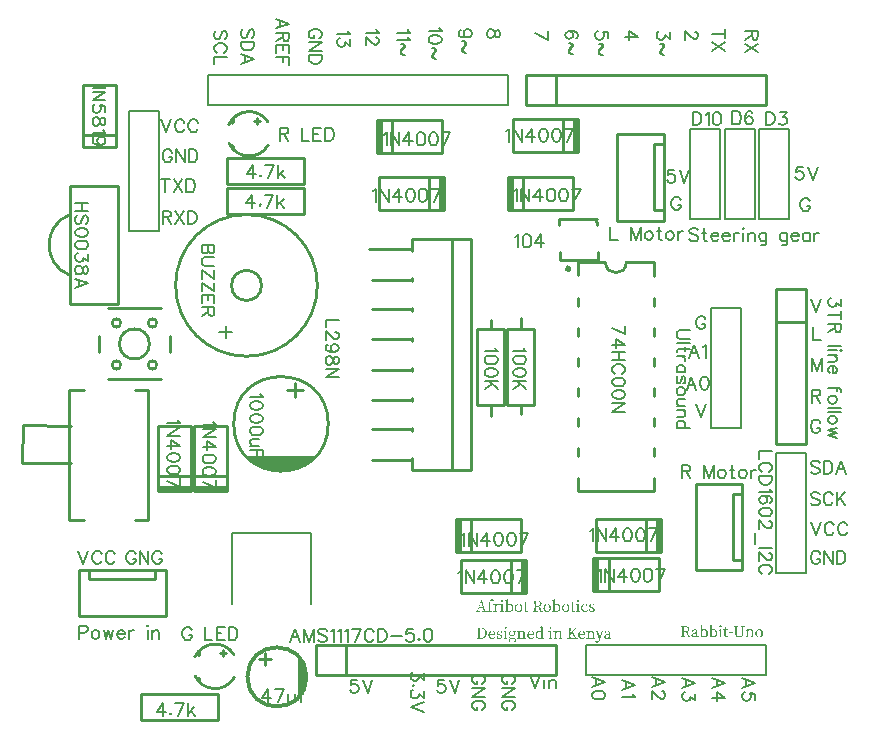
<source format=gto>
G04 Layer: TopSilkscreenLayer*
G04 EasyEDA v6.5.22, 2022-11-07 14:43:17*
G04 63209c1ceee94e1f90b91c566973135d,1dfdfe31e71b4ff6856625fdd89ee459,10*
G04 Gerber Generator version 0.2*
G04 Scale: 100 percent, Rotated: No, Reflected: No *
G04 Dimensions in millimeters *
G04 leading zeros omitted , absolute positions ,4 integer and 5 decimal *
%FSLAX45Y45*%
%MOMM*%

%ADD10C,0.1520*%
%ADD11C,0.1524*%
%ADD12C,0.1400*%
%ADD13C,0.2540*%
%ADD14C,0.2030*%
%ADD15C,0.2032*%
%ADD16C,0.2400*%
%ADD17C,0.3000*%
%ADD18C,0.0126*%

%LPD*%
G36*
X5783326Y871982D02*
G01*
X5762244Y866140D01*
X5762244Y862076D01*
X5773420Y860806D01*
X5773329Y782066D01*
X5784850Y782066D01*
X5784850Y821944D01*
X5790184Y826160D01*
X5794756Y828548D01*
X5798769Y829564D01*
X5802376Y829818D01*
X5806236Y829360D01*
X5809691Y828040D01*
X5812790Y825855D01*
X5815380Y822756D01*
X5817514Y818794D01*
X5819089Y813968D01*
X5820054Y808228D01*
X5820410Y801624D01*
X5820003Y794918D01*
X5818886Y789228D01*
X5817057Y784555D01*
X5814720Y780796D01*
X5811926Y777951D01*
X5808726Y775970D01*
X5805271Y774801D01*
X5801614Y774446D01*
X5797550Y774903D01*
X5793435Y776274D01*
X5789168Y778611D01*
X5784850Y782066D01*
X5773329Y782066D01*
X5773166Y774954D01*
X5762752Y773430D01*
X5762752Y769112D01*
X5783580Y767842D01*
X5784596Y777240D01*
X5789422Y772363D01*
X5794400Y769315D01*
X5799328Y767791D01*
X5804154Y767334D01*
X5810199Y767994D01*
X5815685Y769924D01*
X5820511Y773023D01*
X5824677Y777189D01*
X5828030Y782320D01*
X5830519Y788314D01*
X5832094Y795121D01*
X5832602Y802640D01*
X5832094Y810310D01*
X5830570Y817118D01*
X5828182Y822960D01*
X5825032Y827887D01*
X5821121Y831748D01*
X5816650Y834593D01*
X5811621Y836320D01*
X5806186Y836930D01*
X5800648Y836320D01*
X5795111Y834491D01*
X5789726Y831240D01*
X5784596Y826516D01*
X5784596Y851153D01*
X5785104Y870966D01*
G37*
G36*
X5862828Y871982D02*
G01*
X5841746Y866140D01*
X5841746Y862076D01*
X5853176Y860806D01*
X5853125Y792886D01*
X5852905Y782066D01*
X5864352Y782066D01*
X5864352Y821944D01*
X5869787Y826160D01*
X5874461Y828548D01*
X5878423Y829564D01*
X5881878Y829818D01*
X5885738Y829360D01*
X5889193Y828040D01*
X5892292Y825855D01*
X5894882Y822756D01*
X5897016Y818794D01*
X5898591Y813968D01*
X5899556Y808228D01*
X5899912Y801624D01*
X5899505Y794918D01*
X5898388Y789228D01*
X5896660Y784555D01*
X5894324Y780796D01*
X5891530Y777951D01*
X5888329Y775970D01*
X5884824Y774801D01*
X5881116Y774446D01*
X5877052Y774903D01*
X5872937Y776274D01*
X5868670Y778611D01*
X5864352Y782066D01*
X5852905Y782066D01*
X5852668Y774954D01*
X5842254Y773430D01*
X5842254Y769112D01*
X5863082Y767842D01*
X5864098Y777240D01*
X5868974Y772363D01*
X5874004Y769315D01*
X5879033Y767791D01*
X5883910Y767334D01*
X5889853Y767994D01*
X5895289Y769924D01*
X5900115Y773023D01*
X5904179Y777189D01*
X5907532Y782320D01*
X5910021Y788314D01*
X5911596Y795121D01*
X5912104Y802640D01*
X5911596Y810310D01*
X5910072Y817118D01*
X5907684Y822960D01*
X5904534Y827887D01*
X5900623Y831748D01*
X5896152Y834593D01*
X5891123Y836320D01*
X5885688Y836930D01*
X5880150Y836320D01*
X5874613Y834491D01*
X5869228Y831240D01*
X5864098Y826516D01*
X5864098Y851153D01*
X5864606Y870966D01*
G37*
G36*
X5939790Y869950D02*
G01*
X5936234Y869340D01*
X5933338Y867664D01*
X5931357Y865022D01*
X5930646Y861568D01*
X5931357Y858062D01*
X5933338Y855370D01*
X5936234Y853592D01*
X5939790Y852932D01*
X5943244Y853592D01*
X5946038Y855370D01*
X5947968Y858062D01*
X5948680Y861568D01*
X5947968Y865022D01*
X5946038Y867664D01*
X5943244Y869340D01*
G37*
G36*
X5602986Y862076D02*
G01*
X5602986Y857250D01*
X5608269Y856742D01*
X5641340Y856742D01*
X5650788Y855471D01*
X5657443Y851814D01*
X5661406Y845921D01*
X5662676Y837946D01*
X5661304Y829970D01*
X5657138Y823620D01*
X5650128Y819403D01*
X5640324Y817880D01*
X5629148Y817880D01*
X5629148Y856742D01*
X5608269Y856742D01*
X5616194Y855980D01*
X5616448Y802843D01*
X5616194Y775208D01*
X5602986Y773938D01*
X5602986Y769112D01*
X5642102Y769112D01*
X5642102Y773938D01*
X5629148Y775462D01*
X5629148Y812546D01*
X5636514Y812546D01*
X5643880Y811987D01*
X5649163Y809853D01*
X5652820Y805586D01*
X5655310Y798576D01*
X5660898Y776732D01*
X5662676Y772566D01*
X5665419Y769823D01*
X5669534Y768299D01*
X5675122Y767842D01*
X5681014Y768197D01*
X5685536Y769112D01*
X5685536Y773938D01*
X5674868Y774954D01*
X5668264Y796798D01*
X5665673Y803757D01*
X5662218Y808786D01*
X5657646Y812241D01*
X5651754Y814324D01*
X5657291Y815695D01*
X5662117Y817676D01*
X5666232Y820115D01*
X5669584Y823061D01*
X5672226Y826363D01*
X5674106Y829919D01*
X5675274Y833729D01*
X5675630Y837692D01*
X5675071Y843178D01*
X5673344Y848055D01*
X5670600Y852220D01*
X5666790Y855675D01*
X5661964Y858469D01*
X5656224Y860450D01*
X5649620Y861669D01*
X5642102Y862076D01*
G37*
G36*
X6052820Y862076D02*
G01*
X6052820Y857250D01*
X6064504Y856234D01*
X6064758Y804418D01*
X6065062Y798118D01*
X6065875Y792480D01*
X6067196Y787450D01*
X6069076Y782980D01*
X6071362Y779119D01*
X6074105Y775817D01*
X6077305Y773074D01*
X6080861Y770890D01*
X6084824Y769213D01*
X6089091Y767994D01*
X6093663Y767334D01*
X6098540Y767080D01*
X6103264Y767334D01*
X6107684Y768045D01*
X6111798Y769264D01*
X6115608Y771042D01*
X6119063Y773379D01*
X6122162Y776274D01*
X6124854Y779729D01*
X6127089Y783844D01*
X6128918Y788619D01*
X6130239Y794054D01*
X6131052Y800150D01*
X6131306Y806958D01*
X6131306Y855726D01*
X6143752Y857250D01*
X6143752Y862076D01*
X6110478Y862076D01*
X6110478Y857250D01*
X6125210Y855471D01*
X6125210Y810006D01*
X6124854Y801471D01*
X6123686Y794308D01*
X6121806Y788466D01*
X6119114Y783894D01*
X6115710Y780440D01*
X6111494Y778052D01*
X6106566Y776681D01*
X6100826Y776224D01*
X6095746Y776579D01*
X6091174Y777798D01*
X6087211Y779881D01*
X6083808Y783031D01*
X6081115Y787247D01*
X6079134Y792734D01*
X6077864Y799490D01*
X6077458Y807720D01*
X6077712Y855726D01*
X6091682Y857250D01*
X6091682Y862076D01*
G37*
G36*
X5977636Y854202D02*
G01*
X5974080Y835406D01*
X5961634Y833882D01*
X5961634Y829056D01*
X5973572Y829056D01*
X5973318Y783590D01*
X5974384Y776325D01*
X5977483Y771296D01*
X5982411Y768299D01*
X5989066Y767334D01*
X5994095Y767791D01*
X5998514Y769162D01*
X6002274Y771398D01*
X6005322Y774446D01*
X6002528Y777748D01*
X5999886Y775919D01*
X5997498Y774649D01*
X5995263Y773938D01*
X5992876Y773684D01*
X5989624Y774293D01*
X5987135Y776122D01*
X5985560Y779373D01*
X5985002Y784098D01*
X5985002Y829056D01*
X6003798Y829056D01*
X6003798Y834898D01*
X5985002Y834898D01*
X5985764Y854202D01*
G37*
G36*
X5722620Y836930D02*
G01*
X5712764Y835710D01*
X5704789Y832307D01*
X5698998Y826871D01*
X5695696Y819658D01*
X5696356Y817422D01*
X5697626Y815746D01*
X5699506Y814679D01*
X5702046Y814324D01*
X5704484Y814730D01*
X5706414Y816000D01*
X5707888Y818083D01*
X5711698Y830326D01*
X5715711Y831342D01*
X5719572Y831596D01*
X5725617Y830834D01*
X5729681Y828090D01*
X5732018Y822807D01*
X5732780Y814324D01*
X5732780Y810006D01*
X5724398Y807821D01*
X5716778Y805434D01*
X5705602Y800658D01*
X5698591Y795629D01*
X5694934Y790295D01*
X5694265Y786384D01*
X5705602Y786384D01*
X5706160Y790143D01*
X5708294Y794004D01*
X5712663Y797864D01*
X5720080Y801624D01*
X5732780Y805688D01*
X5732780Y783590D01*
X5727801Y779729D01*
X5723839Y777240D01*
X5720486Y775868D01*
X5717032Y775462D01*
X5712460Y776122D01*
X5708853Y778052D01*
X5706465Y781456D01*
X5705602Y786384D01*
X5694265Y786384D01*
X5693918Y784352D01*
X5695340Y776986D01*
X5699302Y771652D01*
X5705195Y768400D01*
X5712460Y767334D01*
X5718149Y767994D01*
X5723026Y770077D01*
X5727801Y773531D01*
X5733034Y778510D01*
X5734608Y774039D01*
X5737250Y770585D01*
X5740908Y768350D01*
X5745480Y767588D01*
X5749086Y767943D01*
X5752236Y769162D01*
X5754979Y771347D01*
X5757418Y774700D01*
X5754878Y777240D01*
X5753608Y775868D01*
X5752287Y774852D01*
X5750966Y774192D01*
X5749544Y773938D01*
X5747308Y774395D01*
X5745632Y775919D01*
X5744565Y778662D01*
X5744210Y782828D01*
X5744210Y813053D01*
X5743905Y819048D01*
X5742889Y824077D01*
X5741263Y828192D01*
X5738926Y831494D01*
X5735929Y833932D01*
X5732221Y835609D01*
X5727801Y836625D01*
G37*
G36*
X6197092Y836930D02*
G01*
X6190589Y836015D01*
X6184087Y833424D01*
X6177889Y829310D01*
X6172200Y823976D01*
X6170930Y835406D01*
X6169152Y836676D01*
X6149594Y829056D01*
X6149594Y824992D01*
X6160516Y823976D01*
X6161024Y805434D01*
X6160770Y774954D01*
X6150356Y773430D01*
X6150356Y769112D01*
X6182360Y769112D01*
X6182360Y773430D01*
X6172708Y774954D01*
X6172454Y818896D01*
X6177737Y823112D01*
X6182614Y825957D01*
X6187338Y827532D01*
X6192012Y828040D01*
X6197244Y827227D01*
X6200800Y824433D01*
X6202781Y819251D01*
X6203442Y811276D01*
X6203188Y774954D01*
X6193028Y773430D01*
X6193028Y769112D01*
X6225032Y769112D01*
X6225032Y773430D01*
X6215126Y774954D01*
X6214872Y811784D01*
X6214618Y817981D01*
X6213754Y823214D01*
X6212382Y827532D01*
X6210452Y831037D01*
X6207963Y833678D01*
X6204915Y835507D01*
X6201308Y836574D01*
G37*
G36*
X6267196Y836930D02*
G01*
X6261150Y836371D01*
X6255359Y834694D01*
X6250025Y831951D01*
X6245250Y828090D01*
X6241186Y823112D01*
X6238138Y817118D01*
X6236157Y810006D01*
X6235446Y801878D01*
X6248146Y801878D01*
X6248450Y808685D01*
X6249416Y814679D01*
X6250940Y819759D01*
X6253124Y823976D01*
X6255816Y827278D01*
X6259068Y829665D01*
X6262878Y831087D01*
X6267196Y831596D01*
X6271514Y831087D01*
X6275374Y829665D01*
X6278676Y827278D01*
X6281420Y823976D01*
X6283604Y819759D01*
X6285179Y814679D01*
X6286195Y808685D01*
X6286500Y801878D01*
X6286195Y795070D01*
X6285179Y789178D01*
X6283604Y784148D01*
X6281420Y780034D01*
X6278676Y776833D01*
X6275374Y774496D01*
X6271514Y773125D01*
X6267196Y772668D01*
X6262878Y773125D01*
X6259068Y774496D01*
X6255816Y776833D01*
X6253124Y780034D01*
X6250940Y784148D01*
X6249416Y789178D01*
X6248450Y795070D01*
X6248146Y801878D01*
X6235446Y801878D01*
X6236157Y793851D01*
X6238087Y786841D01*
X6241135Y780897D01*
X6245148Y776020D01*
X6249924Y772261D01*
X6255258Y769518D01*
X6261100Y767892D01*
X6267196Y767334D01*
X6273241Y767892D01*
X6279083Y769518D01*
X6284468Y772261D01*
X6289294Y776020D01*
X6293358Y780897D01*
X6296507Y786841D01*
X6298488Y793851D01*
X6299200Y801878D01*
X6298488Y810006D01*
X6296507Y817118D01*
X6293358Y823112D01*
X6289294Y828090D01*
X6284468Y831951D01*
X6279083Y834694D01*
X6273241Y836371D01*
G37*
G36*
X5943854Y836676D02*
G01*
X5922518Y829310D01*
X5922518Y824992D01*
X5933948Y823976D01*
X5934151Y815492D01*
X5933948Y774954D01*
X5923280Y773430D01*
X5923280Y769112D01*
X5955284Y769112D01*
X5955284Y773430D01*
X5945886Y774954D01*
X5945682Y786841D01*
X5945632Y817118D01*
X5945886Y835406D01*
G37*
G36*
X6010656Y807974D02*
G01*
X6010656Y800100D01*
X6042914Y800100D01*
X6042914Y807974D01*
G37*
G36*
X4007612Y1089406D02*
G01*
X4002735Y1088999D01*
X3997756Y1087577D01*
X3992879Y1084884D01*
X3988308Y1080770D01*
X3984447Y1075690D01*
X3981551Y1069390D01*
X3979570Y1061364D01*
X3978401Y1051306D01*
X3966718Y1049782D01*
X3966718Y1044956D01*
X3978401Y1044956D01*
X3978351Y1008380D01*
X3977894Y990853D01*
X3966718Y989330D01*
X3966718Y985012D01*
X4002532Y985012D01*
X4002532Y989330D01*
X3989832Y991108D01*
X3989832Y1044956D01*
X4008882Y1044956D01*
X4008882Y1050798D01*
X3989578Y1050798D01*
X3989527Y1060500D01*
X3990441Y1068070D01*
X3992067Y1073962D01*
X3994150Y1078484D01*
X3996385Y1081430D01*
X3997756Y1082751D01*
X3999229Y1083818D01*
X4005427Y1078484D01*
X4007815Y1076960D01*
X4010253Y1075994D01*
X4012946Y1075690D01*
X4016095Y1076198D01*
X4018483Y1077518D01*
X4020108Y1079550D01*
X4020820Y1082040D01*
X4019143Y1085342D01*
X4016197Y1087628D01*
X4012285Y1088948D01*
G37*
G36*
X4136644Y1087882D02*
G01*
X4115562Y1082040D01*
X4115562Y1077976D01*
X4126992Y1076706D01*
X4126901Y997966D01*
X4138422Y997966D01*
X4138422Y1037844D01*
X4143756Y1042060D01*
X4148277Y1044448D01*
X4152239Y1045464D01*
X4155694Y1045718D01*
X4159554Y1045260D01*
X4163060Y1043940D01*
X4166158Y1041755D01*
X4168851Y1038656D01*
X4171035Y1034694D01*
X4172610Y1029868D01*
X4173626Y1024128D01*
X4173982Y1017524D01*
X4173575Y1010818D01*
X4172458Y1005128D01*
X4170629Y1000455D01*
X4168292Y996696D01*
X4165498Y993851D01*
X4162298Y991869D01*
X4158843Y990701D01*
X4155186Y990346D01*
X4151122Y990803D01*
X4147007Y992174D01*
X4142740Y994511D01*
X4138422Y997966D01*
X4126901Y997966D01*
X4126737Y990853D01*
X4116324Y989330D01*
X4116324Y985012D01*
X4136898Y983742D01*
X4138168Y993140D01*
X4142892Y988263D01*
X4147870Y985215D01*
X4152849Y983691D01*
X4157726Y983234D01*
X4163771Y983894D01*
X4169257Y985824D01*
X4174083Y988923D01*
X4178249Y993089D01*
X4181601Y998219D01*
X4184091Y1004214D01*
X4185665Y1011021D01*
X4186174Y1018540D01*
X4185665Y1026210D01*
X4184142Y1033018D01*
X4181754Y1038860D01*
X4178554Y1043787D01*
X4174642Y1047648D01*
X4170121Y1050493D01*
X4165041Y1052220D01*
X4159504Y1052830D01*
X4154119Y1052220D01*
X4148632Y1050391D01*
X4143298Y1047140D01*
X4138168Y1042416D01*
X4138168Y1067054D01*
X4138676Y1086866D01*
G37*
G36*
X4535170Y1087882D02*
G01*
X4514088Y1082040D01*
X4514088Y1077976D01*
X4525264Y1076706D01*
X4525173Y997966D01*
X4536694Y997966D01*
X4536694Y1037844D01*
X4542028Y1042060D01*
X4546549Y1044448D01*
X4550511Y1045464D01*
X4553966Y1045718D01*
X4557826Y1045260D01*
X4561332Y1043940D01*
X4564430Y1041755D01*
X4567123Y1038656D01*
X4569307Y1034694D01*
X4570882Y1029868D01*
X4571898Y1024128D01*
X4572254Y1017524D01*
X4571847Y1010818D01*
X4570730Y1005128D01*
X4568901Y1000455D01*
X4566564Y996696D01*
X4563770Y993851D01*
X4560570Y991869D01*
X4557115Y990701D01*
X4553458Y990346D01*
X4549394Y990803D01*
X4545279Y992174D01*
X4541012Y994511D01*
X4536694Y997966D01*
X4525173Y997966D01*
X4525010Y990853D01*
X4514596Y989330D01*
X4514596Y985012D01*
X4535424Y983742D01*
X4536440Y993140D01*
X4541266Y988263D01*
X4546244Y985215D01*
X4551172Y983691D01*
X4555998Y983234D01*
X4562043Y983894D01*
X4567529Y985824D01*
X4572355Y988923D01*
X4576521Y993089D01*
X4579874Y998219D01*
X4582363Y1004214D01*
X4583938Y1011021D01*
X4584446Y1018540D01*
X4583938Y1026210D01*
X4582414Y1033018D01*
X4580026Y1038860D01*
X4576876Y1043787D01*
X4572965Y1047648D01*
X4568494Y1050493D01*
X4563465Y1052220D01*
X4558030Y1052830D01*
X4552492Y1052220D01*
X4546955Y1050391D01*
X4541570Y1047140D01*
X4536440Y1042416D01*
X4536440Y1067054D01*
X4536948Y1086866D01*
G37*
G36*
X4091432Y1085850D02*
G01*
X4087876Y1085240D01*
X4084980Y1083564D01*
X4082999Y1080922D01*
X4082287Y1077468D01*
X4082999Y1073962D01*
X4084980Y1071270D01*
X4087876Y1069492D01*
X4091432Y1068832D01*
X4094886Y1069492D01*
X4097680Y1071270D01*
X4099610Y1073962D01*
X4100322Y1077468D01*
X4099610Y1080922D01*
X4097680Y1083564D01*
X4094886Y1085240D01*
G37*
G36*
X4733036Y1085850D02*
G01*
X4729480Y1085240D01*
X4726584Y1083564D01*
X4724603Y1080922D01*
X4723892Y1077468D01*
X4724603Y1073962D01*
X4726584Y1071270D01*
X4729480Y1069492D01*
X4733036Y1068832D01*
X4736490Y1069492D01*
X4739284Y1071270D01*
X4741214Y1073962D01*
X4741926Y1077468D01*
X4741214Y1080922D01*
X4739284Y1083564D01*
X4736490Y1085240D01*
G37*
G36*
X3911600Y1078738D02*
G01*
X3892019Y1021334D01*
X3897884Y1021334D01*
X3912108Y1064514D01*
X3926586Y1021334D01*
X3892019Y1021334D01*
X3881882Y991616D01*
X3870706Y989837D01*
X3870706Y985012D01*
X3901694Y985012D01*
X3901694Y989837D01*
X3888232Y991616D01*
X3896106Y1016000D01*
X3928364Y1016000D01*
X3936492Y991616D01*
X3922776Y989837D01*
X3922776Y985012D01*
X3960622Y985012D01*
X3960622Y989837D01*
X3949700Y991108D01*
X3919728Y1078738D01*
G37*
G36*
X4352036Y1077976D02*
G01*
X4352036Y1073150D01*
X4364990Y1071880D01*
X4365244Y1033780D01*
X4377944Y1033780D01*
X4378198Y1072642D01*
X4390136Y1072642D01*
X4399686Y1071372D01*
X4406341Y1067714D01*
X4410202Y1061821D01*
X4411472Y1053846D01*
X4410100Y1045870D01*
X4405934Y1039520D01*
X4398924Y1035303D01*
X4389120Y1033780D01*
X4365244Y1033780D01*
X4364990Y991108D01*
X4352036Y989837D01*
X4352036Y985012D01*
X4391152Y985012D01*
X4391152Y989837D01*
X4378198Y991362D01*
X4377944Y1028446D01*
X4385310Y1028446D01*
X4392777Y1027887D01*
X4398060Y1025753D01*
X4401769Y1021486D01*
X4404360Y1014476D01*
X4409948Y992632D01*
X4411573Y988466D01*
X4414266Y985723D01*
X4418330Y984199D01*
X4423918Y983742D01*
X4429912Y984097D01*
X4434586Y985012D01*
X4434586Y989837D01*
X4423664Y990853D01*
X4417314Y1012698D01*
X4414570Y1019657D01*
X4411014Y1024686D01*
X4406442Y1028141D01*
X4400550Y1030224D01*
X4406188Y1031595D01*
X4411065Y1033576D01*
X4415231Y1036015D01*
X4418634Y1038961D01*
X4421276Y1042263D01*
X4423156Y1045819D01*
X4424324Y1049629D01*
X4424680Y1053592D01*
X4424121Y1059078D01*
X4422394Y1063955D01*
X4419549Y1068120D01*
X4415688Y1071575D01*
X4410862Y1074369D01*
X4405071Y1076350D01*
X4398416Y1077569D01*
X4390898Y1077976D01*
G37*
G36*
X4285234Y1070102D02*
G01*
X4281678Y1051306D01*
X4269232Y1049782D01*
X4269232Y1044956D01*
X4280916Y1044956D01*
X4280916Y999490D01*
X4281932Y992225D01*
X4284980Y987196D01*
X4289907Y984199D01*
X4296664Y983234D01*
X4301693Y983691D01*
X4306011Y985062D01*
X4309668Y987298D01*
X4312666Y990346D01*
X4309872Y993648D01*
X4307382Y991819D01*
X4305046Y990549D01*
X4302709Y989837D01*
X4300220Y989584D01*
X4296968Y990193D01*
X4294479Y992022D01*
X4292904Y995273D01*
X4292346Y999998D01*
X4292346Y1044956D01*
X4311142Y1044956D01*
X4311142Y1050798D01*
X4292600Y1050798D01*
X4293362Y1070102D01*
G37*
G36*
X4683506Y1070102D02*
G01*
X4679950Y1051306D01*
X4667504Y1049782D01*
X4667504Y1044956D01*
X4679442Y1044956D01*
X4679188Y999490D01*
X4680254Y992225D01*
X4683353Y987196D01*
X4688281Y984199D01*
X4694936Y983234D01*
X4699965Y983691D01*
X4704283Y985062D01*
X4708042Y987298D01*
X4711192Y990346D01*
X4708144Y993648D01*
X4705654Y991819D01*
X4703368Y990549D01*
X4701133Y989837D01*
X4698746Y989584D01*
X4695342Y990193D01*
X4692802Y992022D01*
X4691176Y995273D01*
X4690618Y999998D01*
X4690618Y1044956D01*
X4709414Y1044956D01*
X4709414Y1050798D01*
X4690872Y1050798D01*
X4691634Y1070102D01*
G37*
G36*
X4059174Y1052830D02*
G01*
X4053332Y1051610D01*
X4047794Y1048054D01*
X4042867Y1042314D01*
X4038854Y1034542D01*
X4037329Y1051306D01*
X4035551Y1052576D01*
X4015994Y1044956D01*
X4015994Y1040892D01*
X4026915Y1039876D01*
X4027424Y1021334D01*
X4027170Y990853D01*
X4017010Y989330D01*
X4017010Y985012D01*
X4050792Y985012D01*
X4050792Y989330D01*
X4039362Y991108D01*
X4038854Y1014221D01*
X4038854Y1025144D01*
X4041140Y1030986D01*
X4043832Y1035913D01*
X4047083Y1040028D01*
X4051046Y1043432D01*
X4052570Y1041908D01*
X4054652Y1040333D01*
X4056735Y1039164D01*
X4058970Y1038352D01*
X4061460Y1038098D01*
X4064914Y1038809D01*
X4067251Y1040739D01*
X4068622Y1043787D01*
X4069079Y1047750D01*
X4067505Y1049832D01*
X4065168Y1051407D01*
X4062323Y1052474D01*
G37*
G36*
X4230370Y1052830D02*
G01*
X4224324Y1052271D01*
X4218533Y1050594D01*
X4213199Y1047851D01*
X4208424Y1043990D01*
X4204360Y1039012D01*
X4201312Y1033018D01*
X4199331Y1025906D01*
X4198620Y1017778D01*
X4211320Y1017778D01*
X4211675Y1024585D01*
X4212640Y1030579D01*
X4214215Y1035659D01*
X4216349Y1039876D01*
X4219092Y1043178D01*
X4222343Y1045565D01*
X4226153Y1046987D01*
X4230370Y1047496D01*
X4234688Y1046987D01*
X4238548Y1045565D01*
X4241850Y1043178D01*
X4244594Y1039876D01*
X4246778Y1035659D01*
X4248353Y1030579D01*
X4249369Y1024585D01*
X4249674Y1017778D01*
X4249369Y1010970D01*
X4248353Y1005078D01*
X4246778Y1000048D01*
X4244594Y995934D01*
X4241850Y992733D01*
X4238548Y990396D01*
X4234688Y989025D01*
X4230370Y988568D01*
X4226153Y989025D01*
X4222343Y990396D01*
X4219092Y992733D01*
X4216349Y995934D01*
X4214215Y1000048D01*
X4212640Y1005078D01*
X4211675Y1010970D01*
X4211320Y1017778D01*
X4198620Y1017778D01*
X4199331Y1009751D01*
X4201312Y1002741D01*
X4204360Y996797D01*
X4208424Y991920D01*
X4213199Y988161D01*
X4218533Y985418D01*
X4224324Y983792D01*
X4230370Y983234D01*
X4236516Y983792D01*
X4242358Y985418D01*
X4247845Y988161D01*
X4252671Y991920D01*
X4256786Y996797D01*
X4259935Y1002741D01*
X4261916Y1009751D01*
X4262628Y1017778D01*
X4261916Y1025906D01*
X4259884Y1033018D01*
X4256735Y1039012D01*
X4252620Y1043990D01*
X4247743Y1047851D01*
X4242257Y1050594D01*
X4236415Y1052271D01*
G37*
G36*
X4472940Y1052830D02*
G01*
X4466894Y1052271D01*
X4461103Y1050594D01*
X4455769Y1047851D01*
X4450994Y1043990D01*
X4446930Y1039012D01*
X4443882Y1033018D01*
X4441901Y1025906D01*
X4441190Y1017778D01*
X4453890Y1017778D01*
X4454194Y1024585D01*
X4455160Y1030579D01*
X4456684Y1035659D01*
X4458868Y1039876D01*
X4461560Y1043178D01*
X4464812Y1045565D01*
X4468622Y1046987D01*
X4472940Y1047496D01*
X4477258Y1046987D01*
X4481118Y1045565D01*
X4484420Y1043178D01*
X4487164Y1039876D01*
X4489348Y1035659D01*
X4490923Y1030579D01*
X4491939Y1024585D01*
X4492244Y1017778D01*
X4491939Y1010970D01*
X4490923Y1005078D01*
X4489348Y1000048D01*
X4487164Y995934D01*
X4484420Y992733D01*
X4481118Y990396D01*
X4477258Y989025D01*
X4472940Y988568D01*
X4468622Y989025D01*
X4464812Y990396D01*
X4461560Y992733D01*
X4458868Y995934D01*
X4456684Y1000048D01*
X4455160Y1005078D01*
X4454194Y1010970D01*
X4453890Y1017778D01*
X4441190Y1017778D01*
X4441901Y1009751D01*
X4443882Y1002741D01*
X4446930Y996797D01*
X4450994Y991920D01*
X4455769Y988161D01*
X4461103Y985418D01*
X4466894Y983792D01*
X4472940Y983234D01*
X4478985Y983792D01*
X4484827Y985418D01*
X4490212Y988161D01*
X4495038Y991920D01*
X4499102Y996797D01*
X4502251Y1002741D01*
X4504232Y1009751D01*
X4504944Y1017778D01*
X4504232Y1025906D01*
X4502251Y1033018D01*
X4499102Y1039012D01*
X4495038Y1043990D01*
X4490212Y1047851D01*
X4484827Y1050594D01*
X4478985Y1052271D01*
G37*
G36*
X4628896Y1052830D02*
G01*
X4622850Y1052271D01*
X4617059Y1050594D01*
X4611624Y1047851D01*
X4606798Y1043990D01*
X4602734Y1039012D01*
X4599635Y1033018D01*
X4597603Y1025906D01*
X4596892Y1017778D01*
X4609592Y1017778D01*
X4609947Y1024585D01*
X4610912Y1030579D01*
X4612487Y1035659D01*
X4614672Y1039876D01*
X4617415Y1043178D01*
X4620717Y1045565D01*
X4624578Y1046987D01*
X4628896Y1047496D01*
X4633163Y1046987D01*
X4636922Y1045565D01*
X4640173Y1043178D01*
X4642916Y1039876D01*
X4645050Y1035659D01*
X4646676Y1030579D01*
X4647641Y1024585D01*
X4647946Y1017778D01*
X4647641Y1010970D01*
X4646676Y1005078D01*
X4645050Y1000048D01*
X4642916Y995934D01*
X4640173Y992733D01*
X4636922Y990396D01*
X4633163Y989025D01*
X4628896Y988568D01*
X4624578Y989025D01*
X4620717Y990396D01*
X4617415Y992733D01*
X4614672Y995934D01*
X4612487Y1000048D01*
X4610912Y1005078D01*
X4609947Y1010970D01*
X4609592Y1017778D01*
X4596892Y1017778D01*
X4597603Y1009751D01*
X4599584Y1002741D01*
X4602683Y996797D01*
X4606696Y991920D01*
X4611522Y988161D01*
X4616958Y985418D01*
X4622800Y983792D01*
X4628896Y983234D01*
X4634941Y983792D01*
X4640783Y985418D01*
X4646168Y988161D01*
X4650994Y991920D01*
X4655058Y996797D01*
X4658207Y1002741D01*
X4660188Y1009751D01*
X4660900Y1017778D01*
X4660188Y1025906D01*
X4658156Y1033018D01*
X4655007Y1039012D01*
X4650892Y1043990D01*
X4646066Y1047851D01*
X4640630Y1050594D01*
X4634890Y1052271D01*
G37*
G36*
X4791964Y1052830D02*
G01*
X4785664Y1052220D01*
X4779670Y1050442D01*
X4774133Y1047546D01*
X4769205Y1043584D01*
X4765090Y1038555D01*
X4761941Y1032560D01*
X4759909Y1025652D01*
X4759198Y1017778D01*
X4759807Y1010158D01*
X4761484Y1003401D01*
X4764227Y997458D01*
X4767884Y992530D01*
X4772456Y988517D01*
X4777841Y985621D01*
X4783937Y983843D01*
X4790694Y983234D01*
X4799584Y984402D01*
X4806848Y987755D01*
X4812436Y993089D01*
X4816348Y1000252D01*
X4813554Y1001521D01*
X4809845Y997102D01*
X4805324Y993851D01*
X4800092Y991819D01*
X4794250Y991108D01*
X4789474Y991565D01*
X4785055Y992987D01*
X4781143Y995273D01*
X4777740Y998423D01*
X4774996Y1002385D01*
X4772914Y1007160D01*
X4771593Y1012748D01*
X4771136Y1019048D01*
X4771542Y1025448D01*
X4772710Y1031087D01*
X4774641Y1035964D01*
X4777181Y1040028D01*
X4780330Y1043228D01*
X4783988Y1045565D01*
X4788154Y1046987D01*
X4792726Y1047496D01*
X4796129Y1047242D01*
X4800092Y1046226D01*
X4802632Y1036574D01*
X4803597Y1033830D01*
X4805070Y1031748D01*
X4807153Y1030427D01*
X4809998Y1029969D01*
X4812233Y1030274D01*
X4814011Y1031290D01*
X4815382Y1032865D01*
X4816348Y1035050D01*
X4813401Y1042111D01*
X4807966Y1047750D01*
X4800650Y1051458D01*
G37*
G36*
X4853178Y1052830D02*
G01*
X4847691Y1052423D01*
X4842865Y1051255D01*
X4838750Y1049426D01*
X4835296Y1046987D01*
X4832604Y1044092D01*
X4830622Y1040841D01*
X4829454Y1037285D01*
X4829048Y1033526D01*
X4830267Y1027074D01*
X4833670Y1021892D01*
X4839004Y1017828D01*
X4846066Y1014476D01*
X4852416Y1012444D01*
X4858308Y1009903D01*
X4862322Y1007160D01*
X4864658Y1003858D01*
X4865370Y999744D01*
X4864404Y995222D01*
X4861458Y991666D01*
X4856480Y989380D01*
X4849368Y988568D01*
X4846218Y988720D01*
X4843272Y989126D01*
X4840528Y989837D01*
X4837938Y990853D01*
X4834890Y1003808D01*
X4828286Y1003808D01*
X4828540Y988568D01*
X4833569Y986231D01*
X4838598Y984554D01*
X4843780Y983589D01*
X4849368Y983234D01*
X4855667Y983640D01*
X4861102Y984808D01*
X4865776Y986688D01*
X4869637Y989126D01*
X4872634Y992073D01*
X4874818Y995426D01*
X4876088Y999134D01*
X4876546Y1003046D01*
X4875479Y1009142D01*
X4872177Y1014526D01*
X4866284Y1019149D01*
X4857496Y1023112D01*
X4846574Y1027328D01*
X4842560Y1029919D01*
X4840376Y1033068D01*
X4839716Y1037082D01*
X4840579Y1041349D01*
X4843119Y1044549D01*
X4847336Y1046530D01*
X4853178Y1047242D01*
X4855819Y1047089D01*
X4858359Y1046683D01*
X4860848Y1045971D01*
X4863338Y1044956D01*
X4865878Y1033018D01*
X4872228Y1033018D01*
X4872736Y1047242D01*
X4868062Y1049629D01*
X4863439Y1051356D01*
X4858562Y1052474D01*
G37*
G36*
X4095496Y1052576D02*
G01*
X4074160Y1045210D01*
X4074160Y1040892D01*
X4085590Y1039876D01*
X4085793Y1031392D01*
X4085590Y990853D01*
X4074922Y989330D01*
X4074922Y985012D01*
X4106926Y985012D01*
X4106926Y989330D01*
X4097528Y990853D01*
X4097324Y1002741D01*
X4097274Y1033018D01*
X4097528Y1051306D01*
G37*
G36*
X4737100Y1052576D02*
G01*
X4715764Y1045210D01*
X4715764Y1040892D01*
X4727194Y1039876D01*
X4727397Y1031392D01*
X4727194Y990853D01*
X4716526Y989330D01*
X4716526Y985012D01*
X4748530Y985012D01*
X4748530Y989330D01*
X4739132Y990853D01*
X4738928Y1002741D01*
X4738878Y1033018D01*
X4739132Y1051306D01*
G37*
G36*
X4432046Y859282D02*
G01*
X4410456Y853440D01*
X4410456Y849376D01*
X4422140Y848106D01*
X4422140Y815340D01*
X4417720Y819607D01*
X4413199Y822350D01*
X4408576Y823823D01*
X4403852Y824230D01*
X4397603Y823569D01*
X4391914Y821690D01*
X4386884Y818692D01*
X4382516Y814578D01*
X4379010Y809447D01*
X4376369Y803452D01*
X4374692Y796544D01*
X4374152Y789178D01*
X4386326Y789178D01*
X4386732Y796086D01*
X4387951Y801878D01*
X4389780Y806704D01*
X4392218Y810564D01*
X4395165Y813511D01*
X4398568Y815543D01*
X4402226Y816711D01*
X4406138Y817118D01*
X4409643Y816762D01*
X4413351Y815543D01*
X4417415Y813358D01*
X4421886Y810006D01*
X4421886Y769620D01*
X4417974Y765810D01*
X4414164Y763422D01*
X4410202Y762101D01*
X4405884Y761746D01*
X4401820Y762152D01*
X4398111Y763320D01*
X4394809Y765352D01*
X4391914Y768248D01*
X4389577Y772007D01*
X4387799Y776732D01*
X4386732Y782472D01*
X4386326Y789178D01*
X4374152Y789178D01*
X4374642Y781558D01*
X4376166Y774903D01*
X4378655Y769010D01*
X4381957Y764082D01*
X4386122Y760069D01*
X4390948Y757123D01*
X4396486Y755243D01*
X4402582Y754634D01*
X4408627Y755294D01*
X4413808Y757224D01*
X4418380Y760323D01*
X4422394Y764540D01*
X4422902Y755142D01*
X4444746Y756412D01*
X4444746Y760730D01*
X4433316Y762000D01*
X4433316Y838453D01*
X4433570Y858266D01*
G37*
G36*
X4120642Y857250D02*
G01*
X4117086Y856640D01*
X4114190Y854964D01*
X4112209Y852322D01*
X4111498Y848868D01*
X4112209Y845362D01*
X4114190Y842670D01*
X4117086Y840892D01*
X4120642Y840232D01*
X4123944Y840892D01*
X4126687Y842670D01*
X4128566Y845362D01*
X4129278Y848868D01*
X4128566Y852322D01*
X4126687Y854964D01*
X4123944Y856640D01*
G37*
G36*
X4500880Y857250D02*
G01*
X4497324Y856640D01*
X4494428Y854964D01*
X4492447Y852322D01*
X4491736Y848868D01*
X4492447Y845362D01*
X4494428Y842670D01*
X4497324Y840892D01*
X4500880Y840232D01*
X4504334Y840892D01*
X4507128Y842670D01*
X4509058Y845362D01*
X4509770Y848868D01*
X4509058Y852322D01*
X4507128Y854964D01*
X4504334Y856640D01*
G37*
G36*
X3875786Y849376D02*
G01*
X3875786Y844550D01*
X3881069Y844042D01*
X3914140Y844042D01*
X3919220Y843737D01*
X3923893Y842873D01*
X3928211Y841400D01*
X3932072Y839368D01*
X3935526Y836726D01*
X3938574Y833577D01*
X3941165Y829818D01*
X3943299Y825550D01*
X3944975Y820674D01*
X3946194Y815289D01*
X3946906Y809345D01*
X3947160Y802894D01*
X3946906Y796696D01*
X3946194Y790956D01*
X3944975Y785672D01*
X3943248Y780897D01*
X3941064Y776579D01*
X3938422Y772820D01*
X3935272Y769569D01*
X3931716Y766876D01*
X3927652Y764794D01*
X3923182Y763270D01*
X3918254Y762304D01*
X3912870Y762000D01*
X3901948Y762000D01*
X3901948Y844042D01*
X3881069Y844042D01*
X3888994Y843280D01*
X3889248Y786130D01*
X3888994Y762508D01*
X3875786Y761238D01*
X3875786Y756412D01*
X3913886Y756412D01*
X3920642Y756767D01*
X3927043Y757783D01*
X3933037Y759510D01*
X3938574Y761847D01*
X3943654Y764844D01*
X3948125Y768502D01*
X3952087Y772769D01*
X3955440Y777646D01*
X3958082Y783082D01*
X3960012Y789127D01*
X3961231Y795731D01*
X3961637Y802894D01*
X3961282Y810107D01*
X3960164Y816762D01*
X3958386Y822807D01*
X3955897Y828243D01*
X3952798Y833119D01*
X3949141Y837387D01*
X3944874Y840994D01*
X3940098Y843991D01*
X3934866Y846328D01*
X3929126Y848004D01*
X3922979Y849020D01*
X3916426Y849376D01*
G37*
G36*
X4644390Y849376D02*
G01*
X4644390Y844550D01*
X4657344Y843280D01*
X4657598Y790143D01*
X4657344Y762508D01*
X4644390Y761238D01*
X4644390Y756412D01*
X4683252Y756412D01*
X4683252Y761238D01*
X4670044Y762762D01*
X4669790Y788670D01*
X4683760Y805434D01*
X4706620Y762508D01*
X4695190Y761238D01*
X4695190Y756412D01*
X4730750Y756412D01*
X4730750Y761238D01*
X4720082Y762508D01*
X4691126Y814324D01*
X4714748Y843026D01*
X4727956Y844550D01*
X4727956Y849376D01*
X4696206Y849376D01*
X4696206Y844550D01*
X4707128Y842771D01*
X4669790Y796798D01*
X4670044Y843280D01*
X4683252Y844550D01*
X4683252Y849376D01*
G37*
G36*
X4006342Y824230D02*
G01*
X4000042Y823569D01*
X3994099Y821690D01*
X3988714Y818692D01*
X3983990Y814578D01*
X3980078Y809447D01*
X3977132Y803452D01*
X3975252Y796544D01*
X3975142Y795274D01*
X3986784Y795274D01*
X3989070Y805942D01*
X3993540Y813257D01*
X3999382Y817524D01*
X4005834Y818896D01*
X4011980Y817575D01*
X4016806Y814019D01*
X4019956Y808837D01*
X4021074Y802640D01*
X4020769Y799541D01*
X4019550Y797102D01*
X4017213Y795578D01*
X4013454Y795020D01*
X3975142Y795274D01*
X3974592Y788924D01*
X3975201Y781253D01*
X3976878Y774446D01*
X3979570Y768604D01*
X3983278Y763676D01*
X3987800Y759815D01*
X3993134Y756970D01*
X3999179Y755243D01*
X4005834Y754634D01*
X4014470Y755751D01*
X4021734Y758901D01*
X4027627Y763828D01*
X4032250Y770382D01*
X4029201Y772414D01*
X4025442Y768299D01*
X4021175Y765149D01*
X4016095Y763219D01*
X4009898Y762508D01*
X4004970Y762914D01*
X4000500Y764235D01*
X3996537Y766368D01*
X3993184Y769366D01*
X3990492Y773226D01*
X3988460Y777951D01*
X3987241Y783488D01*
X3986784Y789940D01*
X4031234Y789940D01*
X4031742Y791464D01*
X4032199Y795324D01*
X4032250Y797560D01*
X4031742Y803452D01*
X4030319Y808685D01*
X4028033Y813257D01*
X4024934Y817067D01*
X4021124Y820166D01*
X4016705Y822401D01*
X4011777Y823772D01*
G37*
G36*
X4070604Y824230D02*
G01*
X4065117Y823823D01*
X4060240Y822655D01*
X4056075Y820826D01*
X4052620Y818388D01*
X4049877Y815492D01*
X4047845Y812241D01*
X4046626Y808685D01*
X4046220Y804926D01*
X4047439Y798474D01*
X4050944Y793292D01*
X4056379Y789228D01*
X4063492Y785876D01*
X4069842Y783844D01*
X4075734Y781304D01*
X4079748Y778560D01*
X4082084Y775258D01*
X4082796Y771144D01*
X4081830Y766622D01*
X4078884Y763066D01*
X4073906Y760780D01*
X4066794Y759968D01*
X4063644Y760120D01*
X4060698Y760526D01*
X4057954Y761238D01*
X4055364Y762254D01*
X4052315Y775208D01*
X4045712Y775208D01*
X4045965Y759968D01*
X4050995Y757631D01*
X4056024Y755954D01*
X4061206Y754989D01*
X4066794Y754634D01*
X4073042Y755040D01*
X4078528Y756208D01*
X4083151Y758088D01*
X4086910Y760526D01*
X4089908Y763473D01*
X4092041Y766826D01*
X4093311Y770534D01*
X4093718Y774446D01*
X4092651Y780542D01*
X4089349Y785926D01*
X4083456Y790549D01*
X4074668Y794512D01*
X4064000Y798728D01*
X4059986Y801319D01*
X4057802Y804468D01*
X4057142Y808482D01*
X4058005Y812749D01*
X4060545Y815949D01*
X4064762Y817930D01*
X4070604Y818641D01*
X4073245Y818489D01*
X4075785Y818083D01*
X4078274Y817372D01*
X4080764Y816356D01*
X4083304Y804418D01*
X4089400Y804418D01*
X4090162Y818641D01*
X4085488Y821029D01*
X4080764Y822756D01*
X4075887Y823874D01*
G37*
G36*
X4174236Y824230D02*
G01*
X4169003Y823823D01*
X4164228Y822706D01*
X4160012Y820826D01*
X4156354Y818286D01*
X4153408Y815035D01*
X4151223Y811174D01*
X4149801Y806704D01*
X4149371Y801370D01*
X4160265Y801370D01*
X4161231Y808685D01*
X4164025Y814374D01*
X4168546Y818083D01*
X4174490Y819403D01*
X4180433Y818134D01*
X4184802Y814527D01*
X4187545Y808888D01*
X4188460Y801624D01*
X4187494Y794207D01*
X4184650Y788365D01*
X4180128Y784504D01*
X4173982Y783082D01*
X4168190Y784402D01*
X4163872Y788111D01*
X4161180Y793902D01*
X4160265Y801370D01*
X4149371Y801370D01*
X4150055Y795070D01*
X4152087Y789533D01*
X4155440Y785063D01*
X4160012Y781812D01*
X4155490Y777240D01*
X4152544Y773328D01*
X4150868Y769721D01*
X4150360Y766318D01*
X4150969Y762660D01*
X4152747Y759663D01*
X4155592Y757326D01*
X4159504Y755650D01*
X4153204Y752043D01*
X4149039Y748385D01*
X4146753Y744474D01*
X4146376Y742188D01*
X4156710Y742188D01*
X4157065Y745642D01*
X4158132Y748792D01*
X4159910Y751738D01*
X4162551Y754634D01*
X4185412Y754634D01*
X4191762Y753770D01*
X4195978Y751332D01*
X4198366Y747776D01*
X4199128Y743458D01*
X4197553Y737616D01*
X4192981Y732942D01*
X4185412Y729843D01*
X4174998Y728726D01*
X4167530Y729488D01*
X4161739Y731926D01*
X4158030Y736142D01*
X4156710Y742188D01*
X4146376Y742188D01*
X4146042Y740156D01*
X4146448Y736600D01*
X4147718Y733298D01*
X4149851Y730402D01*
X4152900Y727913D01*
X4156913Y725932D01*
X4161891Y724408D01*
X4167936Y723442D01*
X4174998Y723138D01*
X4182973Y723696D01*
X4189882Y725170D01*
X4195775Y727557D01*
X4200601Y730605D01*
X4204411Y734212D01*
X4207103Y738225D01*
X4208729Y742543D01*
X4209288Y747014D01*
X4207967Y754481D01*
X4203852Y759968D01*
X4196842Y763371D01*
X4186936Y764540D01*
X4168394Y764540D01*
X4164126Y764997D01*
X4161383Y766318D01*
X4159910Y768400D01*
X4159504Y771144D01*
X4159758Y773531D01*
X4160469Y775817D01*
X4161637Y778052D01*
X4163314Y780288D01*
X4165904Y779475D01*
X4168597Y778916D01*
X4174236Y778510D01*
X4179570Y778916D01*
X4184396Y780034D01*
X4188663Y781964D01*
X4192320Y784555D01*
X4195318Y787857D01*
X4197553Y791819D01*
X4198924Y796391D01*
X4199382Y801624D01*
X4199128Y805434D01*
X4198467Y808888D01*
X4197350Y812038D01*
X4195826Y814832D01*
X4209796Y814324D01*
X4209796Y822706D01*
X4207764Y823976D01*
X4192015Y818641D01*
X4188460Y821131D01*
X4184294Y822858D01*
X4179519Y823874D01*
G37*
G36*
X4265422Y824230D02*
G01*
X4258868Y823315D01*
X4252264Y820724D01*
X4246016Y816610D01*
X4240276Y811276D01*
X4239260Y822706D01*
X4237228Y823976D01*
X4217670Y816356D01*
X4217670Y812292D01*
X4228846Y811276D01*
X4229049Y802792D01*
X4228846Y762254D01*
X4218686Y760730D01*
X4218686Y756412D01*
X4250436Y756412D01*
X4250436Y760730D01*
X4241038Y762254D01*
X4240834Y774141D01*
X4240784Y806196D01*
X4245965Y810412D01*
X4250842Y813257D01*
X4255516Y814832D01*
X4260088Y815340D01*
X4265371Y814527D01*
X4268978Y811733D01*
X4271111Y806551D01*
X4271772Y798576D01*
X4271518Y762254D01*
X4261104Y760730D01*
X4261104Y756412D01*
X4293108Y756412D01*
X4293108Y760730D01*
X4283456Y762254D01*
X4283202Y799084D01*
X4282897Y805281D01*
X4282084Y810514D01*
X4280662Y814832D01*
X4278680Y818337D01*
X4276191Y820978D01*
X4273143Y822807D01*
X4269536Y823874D01*
G37*
G36*
X4335526Y824230D02*
G01*
X4329176Y823569D01*
X4323232Y821690D01*
X4317796Y818692D01*
X4313072Y814578D01*
X4309110Y809447D01*
X4306112Y803452D01*
X4304182Y796544D01*
X4304072Y795274D01*
X4315714Y795274D01*
X4318152Y805942D01*
X4322673Y813257D01*
X4328464Y817524D01*
X4334764Y818896D01*
X4340910Y817575D01*
X4345736Y814019D01*
X4348886Y808837D01*
X4350004Y802640D01*
X4349699Y799541D01*
X4348632Y797102D01*
X4346346Y795578D01*
X4342638Y795020D01*
X4304072Y795274D01*
X4303522Y788924D01*
X4304131Y781253D01*
X4305808Y774446D01*
X4308500Y768604D01*
X4312208Y763676D01*
X4316730Y759815D01*
X4322064Y756970D01*
X4328109Y755243D01*
X4334764Y754634D01*
X4343450Y755751D01*
X4350715Y758901D01*
X4356658Y763828D01*
X4361180Y770382D01*
X4358386Y772414D01*
X4354576Y768299D01*
X4350207Y765149D01*
X4345076Y763219D01*
X4338828Y762508D01*
X4334002Y762914D01*
X4329582Y764235D01*
X4325670Y766368D01*
X4322318Y769366D01*
X4319574Y773226D01*
X4317542Y777951D01*
X4316222Y783488D01*
X4315714Y789940D01*
X4360418Y789940D01*
X4360926Y791464D01*
X4361383Y795324D01*
X4361434Y797560D01*
X4360926Y803452D01*
X4359503Y808685D01*
X4357217Y813257D01*
X4354118Y817067D01*
X4350308Y820166D01*
X4345889Y822401D01*
X4340961Y823772D01*
G37*
G36*
X4573778Y824230D02*
G01*
X4567224Y823315D01*
X4560620Y820724D01*
X4554372Y816610D01*
X4548632Y811276D01*
X4547362Y822706D01*
X4545584Y823976D01*
X4526026Y816356D01*
X4526026Y812292D01*
X4536948Y811276D01*
X4537456Y792734D01*
X4537202Y762254D01*
X4527042Y760730D01*
X4527042Y756412D01*
X4558792Y756412D01*
X4558792Y760730D01*
X4549394Y762254D01*
X4548886Y785622D01*
X4548886Y806196D01*
X4554169Y810412D01*
X4559046Y813257D01*
X4563770Y814832D01*
X4568444Y815340D01*
X4573727Y814527D01*
X4577334Y811733D01*
X4579467Y806551D01*
X4580128Y798576D01*
X4580077Y780186D01*
X4579620Y762254D01*
X4569460Y760730D01*
X4569460Y756412D01*
X4601464Y756412D01*
X4601464Y760730D01*
X4591812Y762254D01*
X4591304Y785622D01*
X4591304Y799084D01*
X4591050Y805281D01*
X4590237Y810514D01*
X4588865Y814832D01*
X4586935Y818337D01*
X4584446Y820978D01*
X4581448Y822807D01*
X4577892Y823874D01*
G37*
G36*
X4766310Y824230D02*
G01*
X4759960Y823569D01*
X4754016Y821690D01*
X4748580Y818692D01*
X4743856Y814578D01*
X4739894Y809447D01*
X4736896Y803452D01*
X4734966Y796544D01*
X4734856Y795274D01*
X4746752Y795274D01*
X4749038Y805942D01*
X4753508Y813257D01*
X4759248Y817524D01*
X4765548Y818896D01*
X4771847Y817575D01*
X4776724Y814019D01*
X4779924Y808837D01*
X4781042Y802640D01*
X4780737Y799541D01*
X4779518Y797102D01*
X4777181Y795578D01*
X4773422Y795020D01*
X4734856Y795274D01*
X4734306Y788924D01*
X4734915Y781253D01*
X4736592Y774446D01*
X4739335Y768604D01*
X4742992Y763676D01*
X4747564Y759815D01*
X4752949Y756970D01*
X4759045Y755243D01*
X4765802Y754634D01*
X4774336Y755751D01*
X4781550Y758901D01*
X4787442Y763828D01*
X4791964Y770382D01*
X4789170Y772414D01*
X4785360Y768299D01*
X4780991Y765149D01*
X4775860Y763219D01*
X4769612Y762508D01*
X4764786Y762914D01*
X4760366Y764235D01*
X4756454Y766368D01*
X4753102Y769366D01*
X4750358Y773226D01*
X4748326Y777951D01*
X4747006Y783488D01*
X4746498Y789940D01*
X4791202Y789940D01*
X4791710Y791464D01*
X4792167Y795324D01*
X4792218Y797560D01*
X4791710Y803452D01*
X4790287Y808685D01*
X4788001Y813257D01*
X4784902Y817067D01*
X4781092Y820166D01*
X4776673Y822401D01*
X4771745Y823772D01*
G37*
G36*
X4851146Y824230D02*
G01*
X4844592Y823315D01*
X4837988Y820724D01*
X4831740Y816610D01*
X4826000Y811276D01*
X4824984Y822706D01*
X4822952Y823976D01*
X4803394Y816356D01*
X4803394Y812292D01*
X4814570Y811276D01*
X4814773Y802792D01*
X4814570Y762254D01*
X4804410Y760730D01*
X4804410Y756412D01*
X4836414Y756412D01*
X4836414Y760730D01*
X4826762Y762254D01*
X4826558Y774141D01*
X4826508Y806196D01*
X4831689Y810412D01*
X4836566Y813257D01*
X4841240Y814832D01*
X4845812Y815340D01*
X4851095Y814527D01*
X4854702Y811733D01*
X4856835Y806551D01*
X4857496Y798576D01*
X4857242Y762254D01*
X4846828Y760730D01*
X4846828Y756412D01*
X4878832Y756412D01*
X4878832Y760730D01*
X4869180Y762254D01*
X4868926Y799084D01*
X4868621Y805281D01*
X4867808Y810514D01*
X4866386Y814832D01*
X4864404Y818337D01*
X4861915Y820978D01*
X4858867Y822807D01*
X4855260Y823874D01*
G37*
G36*
X4983480Y824230D02*
G01*
X4973472Y823010D01*
X4965446Y819607D01*
X4959705Y814171D01*
X4956556Y806958D01*
X4957064Y804722D01*
X4958283Y803046D01*
X4960112Y801979D01*
X4962652Y801624D01*
X4965090Y802030D01*
X4967071Y803300D01*
X4968646Y805383D01*
X4969764Y808228D01*
X4972304Y817625D01*
X4976520Y818641D01*
X4980178Y818896D01*
X4986274Y818134D01*
X4990439Y815390D01*
X4992878Y810107D01*
X4993640Y801624D01*
X4993640Y797306D01*
X4985156Y795121D01*
X4977638Y792734D01*
X4966309Y787958D01*
X4959248Y782929D01*
X4955590Y777595D01*
X4954888Y773684D01*
X4966462Y773684D01*
X4966970Y777443D01*
X4969002Y781304D01*
X4973320Y785164D01*
X4980686Y788924D01*
X4993640Y792988D01*
X4993640Y770890D01*
X4988560Y767029D01*
X4984597Y764540D01*
X4981194Y763168D01*
X4977638Y762762D01*
X4973218Y763422D01*
X4969662Y765352D01*
X4967325Y768756D01*
X4966462Y773684D01*
X4954888Y773684D01*
X4954524Y771652D01*
X4955997Y764286D01*
X4960010Y758952D01*
X4965903Y755700D01*
X4973066Y754634D01*
X4978806Y755294D01*
X4983784Y757377D01*
X4988610Y760831D01*
X4993894Y765810D01*
X4995316Y761339D01*
X4997907Y757885D01*
X5001666Y755650D01*
X5006340Y754888D01*
X5009794Y755243D01*
X5012893Y756462D01*
X5015687Y758647D01*
X5018278Y762000D01*
X5015738Y764540D01*
X5013147Y762152D01*
X5011724Y761492D01*
X5010150Y761238D01*
X5007965Y761695D01*
X5006390Y763219D01*
X5005425Y765962D01*
X5005070Y770128D01*
X5005070Y800354D01*
X5004765Y806348D01*
X5003749Y811377D01*
X5002072Y815492D01*
X4999685Y818794D01*
X4996688Y821232D01*
X4992979Y822909D01*
X4988560Y823925D01*
G37*
G36*
X4124706Y823976D02*
G01*
X4103370Y816610D01*
X4103370Y812292D01*
X4114546Y811276D01*
X4115054Y792988D01*
X4114800Y762254D01*
X4104132Y760730D01*
X4104132Y756412D01*
X4136136Y756412D01*
X4136136Y760730D01*
X4126484Y762254D01*
X4126229Y804418D01*
X4126484Y822706D01*
G37*
G36*
X4504944Y823976D02*
G01*
X4483608Y816610D01*
X4483608Y812292D01*
X4495038Y811276D01*
X4495241Y802792D01*
X4495038Y762254D01*
X4484370Y760730D01*
X4484370Y756412D01*
X4516374Y756412D01*
X4516374Y760730D01*
X4506976Y762254D01*
X4506772Y774141D01*
X4506722Y804418D01*
X4506976Y822706D01*
G37*
G36*
X4879340Y822198D02*
G01*
X4879340Y818134D01*
X4887214Y817118D01*
X4913122Y752348D01*
X4909972Y744728D01*
X4906924Y739190D01*
X4903368Y734314D01*
X4899152Y730250D01*
X4895494Y733399D01*
X4893056Y734923D01*
X4890617Y735787D01*
X4887976Y736092D01*
X4884978Y735787D01*
X4882286Y734822D01*
X4880254Y733094D01*
X4879086Y730504D01*
X4880102Y726998D01*
X4882845Y724255D01*
X4886807Y722528D01*
X4891532Y721868D01*
X4895291Y722325D01*
X4898898Y723696D01*
X4902454Y726084D01*
X4905908Y729538D01*
X4909312Y734110D01*
X4912664Y739851D01*
X4916068Y746861D01*
X4919472Y755142D01*
X4942840Y816610D01*
X4950460Y818134D01*
X4950460Y822198D01*
X4923536Y822198D01*
X4923536Y818134D01*
X4936236Y816610D01*
X4918710Y767334D01*
X4900422Y816610D01*
X4912360Y818134D01*
X4912360Y822198D01*
G37*
D10*
X5812360Y3460242D02*
G01*
X5807026Y3470656D01*
X5796612Y3481070D01*
X5786452Y3486404D01*
X5765624Y3486404D01*
X5755210Y3481070D01*
X5744796Y3470656D01*
X5739462Y3460242D01*
X5734382Y3444748D01*
X5734382Y3418840D01*
X5739462Y3403092D01*
X5744796Y3392932D01*
X5755210Y3382518D01*
X5765624Y3377184D01*
X5786452Y3377184D01*
X5796612Y3382518D01*
X5807026Y3392932D01*
X5812360Y3403092D01*
X5812360Y3418840D01*
X5786452Y3418840D02*
G01*
X5812360Y3418840D01*
X5712538Y3245159D02*
G01*
X5670882Y3135939D01*
X5712538Y3245159D02*
G01*
X5753940Y3135939D01*
X5686376Y3172261D02*
G01*
X5738446Y3172261D01*
X5788230Y3224331D02*
G01*
X5798644Y3229411D01*
X5814392Y3245159D01*
X5814392Y3135939D01*
X5694024Y2972871D02*
G01*
X5652368Y2863651D01*
X5694024Y2972871D02*
G01*
X5735426Y2863651D01*
X5667862Y2899973D02*
G01*
X5719932Y2899973D01*
X5800958Y2972871D02*
G01*
X5785464Y2967537D01*
X5775050Y2952043D01*
X5769716Y2925881D01*
X5769716Y2910387D01*
X5775050Y2884479D01*
X5785464Y2868731D01*
X5800958Y2863651D01*
X5811372Y2863651D01*
X5826866Y2868731D01*
X5837280Y2884479D01*
X5842614Y2910387D01*
X5842614Y2925881D01*
X5837280Y2952043D01*
X5826866Y2967537D01*
X5811372Y2972871D01*
X5800958Y2972871D01*
X5730575Y2744216D02*
G01*
X5772231Y2634996D01*
X5813633Y2744216D02*
G01*
X5772231Y2634996D01*
X6778243Y2246020D02*
G01*
X6767829Y2256434D01*
X6752335Y2261514D01*
X6731507Y2261514D01*
X6716013Y2256434D01*
X6705600Y2246020D01*
X6705600Y2235606D01*
X6710679Y2225192D01*
X6716013Y2220112D01*
X6726427Y2214778D01*
X6757669Y2204364D01*
X6767829Y2199284D01*
X6773163Y2194204D01*
X6778243Y2183790D01*
X6778243Y2168042D01*
X6767829Y2157628D01*
X6752335Y2152548D01*
X6731507Y2152548D01*
X6716013Y2157628D01*
X6705600Y2168042D01*
X6812534Y2261514D02*
G01*
X6812534Y2152548D01*
X6812534Y2261514D02*
G01*
X6849109Y2261514D01*
X6864603Y2256434D01*
X6875018Y2246020D01*
X6880097Y2235606D01*
X6885431Y2220112D01*
X6885431Y2194204D01*
X6880097Y2178456D01*
X6875018Y2168042D01*
X6864603Y2157628D01*
X6849109Y2152548D01*
X6812534Y2152548D01*
X6961123Y2261514D02*
G01*
X6919721Y2152548D01*
X6961123Y2261514D02*
G01*
X7002779Y2152548D01*
X6935215Y2188870D02*
G01*
X6987285Y2188870D01*
X6778243Y1979422D02*
G01*
X6767829Y1989836D01*
X6752335Y1994916D01*
X6731507Y1994916D01*
X6716013Y1989836D01*
X6705600Y1979422D01*
X6705600Y1969007D01*
X6710679Y1958594D01*
X6716013Y1953260D01*
X6726427Y1948180D01*
X6757669Y1937766D01*
X6767829Y1932686D01*
X6773163Y1927352D01*
X6778243Y1916938D01*
X6778243Y1901444D01*
X6767829Y1891030D01*
X6752335Y1885950D01*
X6731507Y1885950D01*
X6716013Y1891030D01*
X6705600Y1901444D01*
X6890511Y1969007D02*
G01*
X6885431Y1979422D01*
X6875018Y1989836D01*
X6864603Y1994916D01*
X6843775Y1994916D01*
X6833361Y1989836D01*
X6822947Y1979422D01*
X6817868Y1969007D01*
X6812534Y1953260D01*
X6812534Y1927352D01*
X6817868Y1911857D01*
X6822947Y1901444D01*
X6833361Y1891030D01*
X6843775Y1885950D01*
X6864603Y1885950D01*
X6875018Y1891030D01*
X6885431Y1901444D01*
X6890511Y1911857D01*
X6924802Y1994916D02*
G01*
X6924802Y1885950D01*
X6997700Y1994916D02*
G01*
X6924802Y1922272D01*
X6950709Y1948180D02*
G01*
X6997700Y1885950D01*
X6705602Y1740916D02*
G01*
X6747258Y1631950D01*
X6788660Y1740916D02*
G01*
X6747258Y1631950D01*
X6900928Y1715007D02*
G01*
X6895848Y1725422D01*
X6885434Y1735836D01*
X6875020Y1740916D01*
X6854192Y1740916D01*
X6843778Y1735836D01*
X6833364Y1725422D01*
X6828284Y1715007D01*
X6822950Y1699260D01*
X6822950Y1673352D01*
X6828284Y1657857D01*
X6833364Y1647444D01*
X6843778Y1637030D01*
X6854192Y1631950D01*
X6875020Y1631950D01*
X6885434Y1637030D01*
X6895848Y1647444D01*
X6900928Y1657857D01*
X7013196Y1715007D02*
G01*
X7007862Y1725422D01*
X6997702Y1735836D01*
X6987288Y1740916D01*
X6966460Y1740916D01*
X6956046Y1735836D01*
X6945632Y1725422D01*
X6940552Y1715007D01*
X6935218Y1699260D01*
X6935218Y1673352D01*
X6940552Y1657857D01*
X6945632Y1647444D01*
X6956046Y1637030D01*
X6966460Y1631950D01*
X6987288Y1631950D01*
X6997702Y1637030D01*
X7007862Y1647444D01*
X7013196Y1657857D01*
X6783577Y1473616D02*
G01*
X6778243Y1484030D01*
X6767829Y1494444D01*
X6757669Y1499778D01*
X6736841Y1499778D01*
X6726427Y1494444D01*
X6716013Y1484030D01*
X6710679Y1473616D01*
X6705600Y1458122D01*
X6705600Y1432214D01*
X6710679Y1416466D01*
X6716013Y1406052D01*
X6726427Y1395638D01*
X6736841Y1390558D01*
X6757669Y1390558D01*
X6767829Y1395638D01*
X6778243Y1406052D01*
X6783577Y1416466D01*
X6783577Y1432214D01*
X6757669Y1432214D02*
G01*
X6783577Y1432214D01*
X6817868Y1499778D02*
G01*
X6817868Y1390558D01*
X6817868Y1499778D02*
G01*
X6890511Y1390558D01*
X6890511Y1499778D02*
G01*
X6890511Y1390558D01*
X6924802Y1499778D02*
G01*
X6924802Y1390558D01*
X6924802Y1499778D02*
G01*
X6961123Y1499778D01*
X6976871Y1494444D01*
X6987285Y1484030D01*
X6992365Y1473616D01*
X6997700Y1458122D01*
X6997700Y1432214D01*
X6992365Y1416466D01*
X6987285Y1406052D01*
X6976871Y1395638D01*
X6961123Y1390558D01*
X6924802Y1390558D01*
X1204495Y5151889D02*
G01*
X1246151Y5042669D01*
X1287553Y5151889D02*
G01*
X1246151Y5042669D01*
X1399821Y5125727D02*
G01*
X1394741Y5136141D01*
X1384327Y5146555D01*
X1373913Y5151889D01*
X1353085Y5151889D01*
X1342671Y5146555D01*
X1332257Y5136141D01*
X1327177Y5125727D01*
X1321843Y5110233D01*
X1321843Y5084325D01*
X1327177Y5068577D01*
X1332257Y5058163D01*
X1342671Y5047749D01*
X1353085Y5042669D01*
X1373913Y5042669D01*
X1384327Y5047749D01*
X1394741Y5058163D01*
X1399821Y5068577D01*
X1512089Y5125727D02*
G01*
X1506755Y5136141D01*
X1496595Y5146555D01*
X1486181Y5151889D01*
X1465353Y5151889D01*
X1454939Y5146555D01*
X1444525Y5136141D01*
X1439445Y5125727D01*
X1434111Y5110233D01*
X1434111Y5084325D01*
X1439445Y5068577D01*
X1444525Y5058163D01*
X1454939Y5047749D01*
X1465353Y5042669D01*
X1486181Y5042669D01*
X1496595Y5047749D01*
X1506755Y5058163D01*
X1512089Y5068577D01*
X1295173Y4871727D02*
G01*
X1289839Y4882141D01*
X1279425Y4892555D01*
X1269265Y4897889D01*
X1248437Y4897889D01*
X1238023Y4892555D01*
X1227609Y4882141D01*
X1222275Y4871727D01*
X1217195Y4856233D01*
X1217195Y4830325D01*
X1222275Y4814577D01*
X1227609Y4804163D01*
X1238023Y4793749D01*
X1248437Y4788669D01*
X1269265Y4788669D01*
X1279425Y4793749D01*
X1289839Y4804163D01*
X1295173Y4814577D01*
X1295173Y4830325D01*
X1269265Y4830325D02*
G01*
X1295173Y4830325D01*
X1329463Y4897889D02*
G01*
X1329463Y4788669D01*
X1329463Y4897889D02*
G01*
X1402107Y4788669D01*
X1402107Y4897889D02*
G01*
X1402107Y4788669D01*
X1436397Y4897889D02*
G01*
X1436397Y4788669D01*
X1436397Y4897889D02*
G01*
X1472719Y4897889D01*
X1488467Y4892555D01*
X1498881Y4882141D01*
X1503961Y4871727D01*
X1509295Y4856233D01*
X1509295Y4830325D01*
X1503961Y4814577D01*
X1498881Y4804163D01*
X1488467Y4793749D01*
X1472719Y4788669D01*
X1436397Y4788669D01*
X1240817Y4643902D02*
G01*
X1240817Y4534682D01*
X1204495Y4643902D02*
G01*
X1277139Y4643902D01*
X1311429Y4643902D02*
G01*
X1384327Y4534682D01*
X1384327Y4643902D02*
G01*
X1311429Y4534682D01*
X1418617Y4643902D02*
G01*
X1418617Y4534682D01*
X1418617Y4643902D02*
G01*
X1454939Y4643902D01*
X1470433Y4638568D01*
X1480847Y4628154D01*
X1486181Y4617740D01*
X1491261Y4602246D01*
X1491261Y4576338D01*
X1486181Y4560590D01*
X1480847Y4550176D01*
X1470433Y4539762D01*
X1454939Y4534682D01*
X1418617Y4534682D01*
X1217173Y4377148D02*
G01*
X1217173Y4267928D01*
X1217173Y4377148D02*
G01*
X1263909Y4377148D01*
X1279403Y4371814D01*
X1284737Y4366734D01*
X1289817Y4356320D01*
X1289817Y4345906D01*
X1284737Y4335492D01*
X1279403Y4330158D01*
X1263909Y4325078D01*
X1217173Y4325078D01*
X1253495Y4325078D02*
G01*
X1289817Y4267928D01*
X1324107Y4377148D02*
G01*
X1397005Y4267928D01*
X1397005Y4377148D02*
G01*
X1324107Y4267928D01*
X1431295Y4377148D02*
G01*
X1431295Y4267928D01*
X1431295Y4377148D02*
G01*
X1467617Y4377148D01*
X1483111Y4371814D01*
X1493525Y4361400D01*
X1498859Y4350986D01*
X1503939Y4335492D01*
X1503939Y4309584D01*
X1498859Y4293836D01*
X1493525Y4283422D01*
X1483111Y4273008D01*
X1467617Y4267928D01*
X1431295Y4267928D01*
X6233040Y377360D02*
G01*
X6123820Y419016D01*
X6233040Y377360D02*
G01*
X6123820Y335958D01*
X6160142Y403522D02*
G01*
X6160142Y351452D01*
X6233040Y239184D02*
G01*
X6233040Y291254D01*
X6186050Y296334D01*
X6191384Y291254D01*
X6196464Y275506D01*
X6196464Y260012D01*
X6191384Y244518D01*
X6180970Y234104D01*
X6165476Y228770D01*
X6155062Y228770D01*
X6139314Y234104D01*
X6128900Y244518D01*
X6123820Y260012D01*
X6123820Y275506D01*
X6128900Y291254D01*
X6134234Y296334D01*
X6144648Y301668D01*
X5978911Y377365D02*
G01*
X5869945Y419021D01*
X5978911Y377365D02*
G01*
X5869945Y335963D01*
X5906267Y403527D02*
G01*
X5906267Y351457D01*
X5978911Y249603D02*
G01*
X5906267Y301673D01*
X5906267Y223695D01*
X5978911Y249603D02*
G01*
X5869945Y249603D01*
X5725040Y377362D02*
G01*
X5615820Y419018D01*
X5725040Y377362D02*
G01*
X5615820Y335960D01*
X5652142Y403524D02*
G01*
X5652142Y351454D01*
X5725040Y291256D02*
G01*
X5725040Y234106D01*
X5683384Y265348D01*
X5683384Y249600D01*
X5678050Y239186D01*
X5672970Y234106D01*
X5657476Y228772D01*
X5647062Y228772D01*
X5631314Y234106D01*
X5620900Y244520D01*
X5615820Y260014D01*
X5615820Y275508D01*
X5620900Y291256D01*
X5626234Y296336D01*
X5636648Y301670D01*
X5471038Y390062D02*
G01*
X5361818Y431718D01*
X5471038Y390062D02*
G01*
X5361818Y348660D01*
X5398140Y416224D02*
G01*
X5398140Y364154D01*
X5444876Y309036D02*
G01*
X5450210Y309036D01*
X5460624Y303956D01*
X5465704Y298622D01*
X5471038Y288208D01*
X5471038Y267634D01*
X5465704Y257220D01*
X5460624Y251886D01*
X5450210Y246806D01*
X5439796Y246806D01*
X5429382Y251886D01*
X5413888Y262300D01*
X5361818Y314370D01*
X5361818Y241472D01*
X5217038Y364665D02*
G01*
X5107818Y406321D01*
X5217038Y364665D02*
G01*
X5107818Y323263D01*
X5144140Y390827D02*
G01*
X5144140Y338757D01*
X5196210Y288973D02*
G01*
X5201290Y278559D01*
X5217038Y262811D01*
X5107818Y262811D01*
X4963038Y390060D02*
G01*
X4853818Y431716D01*
X4963038Y390060D02*
G01*
X4853818Y348658D01*
X4890140Y416222D02*
G01*
X4890140Y364152D01*
X4963038Y283126D02*
G01*
X4957704Y298620D01*
X4942210Y309034D01*
X4916048Y314368D01*
X4900554Y314368D01*
X4874646Y309034D01*
X4858898Y298620D01*
X4853818Y283126D01*
X4853818Y272712D01*
X4858898Y257218D01*
X4874646Y246804D01*
X4900554Y241470D01*
X4916048Y241470D01*
X4942210Y246804D01*
X4957704Y257218D01*
X4963038Y272712D01*
X4963038Y283126D01*
X4326872Y445541D02*
G01*
X4368528Y336321D01*
X4409930Y445541D02*
G01*
X4368528Y336321D01*
X4444220Y445541D02*
G01*
X4449554Y440207D01*
X4454634Y445541D01*
X4449554Y450621D01*
X4444220Y445541D01*
X4449554Y408965D02*
G01*
X4449554Y336321D01*
X4488924Y408965D02*
G01*
X4488924Y336321D01*
X4488924Y388391D02*
G01*
X4504672Y403885D01*
X4514832Y408965D01*
X4530580Y408965D01*
X4540994Y403885D01*
X4546074Y388391D01*
X4546074Y336321D01*
X3920878Y371929D02*
G01*
X3931292Y377263D01*
X3941706Y387677D01*
X3947040Y397837D01*
X3947040Y418665D01*
X3941706Y429079D01*
X3931292Y439493D01*
X3920878Y444827D01*
X3905384Y449907D01*
X3879476Y449907D01*
X3863728Y444827D01*
X3853314Y439493D01*
X3842900Y429079D01*
X3837820Y418665D01*
X3837820Y397837D01*
X3842900Y387677D01*
X3853314Y377263D01*
X3863728Y371929D01*
X3879476Y371929D01*
X3879476Y397837D02*
G01*
X3879476Y371929D01*
X3947040Y337639D02*
G01*
X3837820Y337639D01*
X3947040Y337639D02*
G01*
X3837820Y264995D01*
X3947040Y264995D02*
G01*
X3837820Y264995D01*
X3920878Y152727D02*
G01*
X3931292Y157807D01*
X3941706Y168221D01*
X3947040Y178635D01*
X3947040Y199463D01*
X3941706Y209877D01*
X3931292Y220291D01*
X3920878Y225371D01*
X3905384Y230705D01*
X3879476Y230705D01*
X3863728Y225371D01*
X3853314Y220291D01*
X3842900Y209877D01*
X3837820Y199463D01*
X3837820Y178635D01*
X3842900Y168221D01*
X3853314Y157807D01*
X3863728Y152727D01*
X3879476Y152727D01*
X3879476Y178635D02*
G01*
X3879476Y152727D01*
X3601699Y405716D02*
G01*
X3549883Y405716D01*
X3544549Y358726D01*
X3549883Y364060D01*
X3565377Y369140D01*
X3581125Y369140D01*
X3596619Y364060D01*
X3607033Y353646D01*
X3612113Y338152D01*
X3612113Y327738D01*
X3607033Y311990D01*
X3596619Y301576D01*
X3581125Y296496D01*
X3565377Y296496D01*
X3549883Y301576D01*
X3544549Y306910D01*
X3539469Y317324D01*
X3646403Y405716D02*
G01*
X3688059Y296496D01*
X3729715Y405716D02*
G01*
X3688059Y296496D01*
X2865102Y407443D02*
G01*
X2813286Y407443D01*
X2807952Y360453D01*
X2813286Y365787D01*
X2828780Y370867D01*
X2844528Y370867D01*
X2860022Y365787D01*
X2870436Y355373D01*
X2875516Y339879D01*
X2875516Y329465D01*
X2870436Y313717D01*
X2860022Y303303D01*
X2844528Y298223D01*
X2828780Y298223D01*
X2813286Y303303D01*
X2807952Y308637D01*
X2802872Y319051D01*
X2909806Y407443D02*
G01*
X2951462Y298223D01*
X2993118Y407443D02*
G01*
X2951462Y298223D01*
D11*
X6960656Y3627391D02*
G01*
X6960656Y3570241D01*
X6919000Y3601229D01*
X6919000Y3585735D01*
X6913920Y3575321D01*
X6908586Y3570241D01*
X6893092Y3564907D01*
X6882678Y3564907D01*
X6867184Y3570241D01*
X6856770Y3580401D01*
X6851436Y3596149D01*
X6851436Y3611643D01*
X6856770Y3627391D01*
X6861850Y3632471D01*
X6872264Y3637551D01*
X6960656Y3494295D02*
G01*
X6851436Y3494295D01*
X6960656Y3530617D02*
G01*
X6960656Y3457973D01*
X6960656Y3423683D02*
G01*
X6851436Y3423683D01*
X6960656Y3423683D02*
G01*
X6960656Y3376947D01*
X6955322Y3361199D01*
X6950242Y3356119D01*
X6939828Y3350785D01*
X6929414Y3350785D01*
X6919000Y3356119D01*
X6913920Y3361199D01*
X6908586Y3376947D01*
X6908586Y3423683D01*
X6908586Y3387361D02*
G01*
X6851436Y3350785D01*
X6960656Y3236485D02*
G01*
X6851436Y3236485D01*
X6960656Y3202195D02*
G01*
X6955322Y3197115D01*
X6960656Y3191781D01*
X6965736Y3197115D01*
X6960656Y3202195D01*
X6924334Y3197115D02*
G01*
X6851436Y3197115D01*
X6924334Y3157491D02*
G01*
X6851436Y3157491D01*
X6903506Y3157491D02*
G01*
X6919000Y3141997D01*
X6924334Y3131583D01*
X6924334Y3116089D01*
X6919000Y3105675D01*
X6903506Y3100341D01*
X6851436Y3100341D01*
X6893092Y3066051D02*
G01*
X6893092Y3003821D01*
X6903506Y3003821D01*
X6913920Y3008901D01*
X6919000Y3014235D01*
X6924334Y3024649D01*
X6924334Y3040143D01*
X6919000Y3050557D01*
X6908586Y3060971D01*
X6893092Y3066051D01*
X6882678Y3066051D01*
X6867184Y3060971D01*
X6856770Y3050557D01*
X6851436Y3040143D01*
X6851436Y3024649D01*
X6856770Y3014235D01*
X6867184Y3003821D01*
X6960656Y2847865D02*
G01*
X6960656Y2858279D01*
X6955322Y2868693D01*
X6939828Y2874027D01*
X6851436Y2874027D01*
X6924334Y2889521D02*
G01*
X6924334Y2853199D01*
X6924334Y2787667D02*
G01*
X6919000Y2798081D01*
X6908586Y2808495D01*
X6893092Y2813575D01*
X6882678Y2813575D01*
X6867184Y2808495D01*
X6856770Y2798081D01*
X6851436Y2787667D01*
X6851436Y2772173D01*
X6856770Y2761759D01*
X6867184Y2751345D01*
X6882678Y2746011D01*
X6893092Y2746011D01*
X6908586Y2751345D01*
X6919000Y2761759D01*
X6924334Y2772173D01*
X6924334Y2787667D01*
X6960656Y2711721D02*
G01*
X6851436Y2711721D01*
X6960656Y2677431D02*
G01*
X6851436Y2677431D01*
X6924334Y2617233D02*
G01*
X6919000Y2627647D01*
X6908586Y2638061D01*
X6893092Y2643141D01*
X6882678Y2643141D01*
X6867184Y2638061D01*
X6856770Y2627647D01*
X6851436Y2617233D01*
X6851436Y2601739D01*
X6856770Y2591325D01*
X6867184Y2580911D01*
X6882678Y2575831D01*
X6893092Y2575831D01*
X6908586Y2580911D01*
X6919000Y2591325D01*
X6924334Y2601739D01*
X6924334Y2617233D01*
X6924334Y2541541D02*
G01*
X6851436Y2520713D01*
X6924334Y2499885D02*
G01*
X6851436Y2520713D01*
X6924334Y2499885D02*
G01*
X6851436Y2479057D01*
X6924334Y2458229D02*
G01*
X6851436Y2479057D01*
X6709409Y3631692D02*
G01*
X6751065Y3522472D01*
X6792468Y3631692D02*
G01*
X6751065Y3522472D01*
X6725892Y3390409D02*
G01*
X6725892Y3281443D01*
X6725892Y3281443D02*
G01*
X6788122Y3281443D01*
X6713217Y3129280D02*
G01*
X6713217Y3020060D01*
X6713217Y3129280D02*
G01*
X6754873Y3020060D01*
X6796275Y3129280D02*
G01*
X6754873Y3020060D01*
X6796275Y3129280D02*
G01*
X6796275Y3020060D01*
X6713192Y2862496D02*
G01*
X6713192Y2753530D01*
X6713192Y2862496D02*
G01*
X6759928Y2862496D01*
X6775422Y2857416D01*
X6780756Y2852082D01*
X6785836Y2841668D01*
X6785836Y2831254D01*
X6780756Y2820840D01*
X6775422Y2815760D01*
X6759928Y2810680D01*
X6713192Y2810680D01*
X6749514Y2810680D02*
G01*
X6785836Y2753530D01*
X6783580Y2583942D02*
G01*
X6778246Y2594356D01*
X6767832Y2604770D01*
X6757672Y2610104D01*
X6736844Y2610104D01*
X6726430Y2604770D01*
X6716016Y2594356D01*
X6710682Y2583942D01*
X6705602Y2568448D01*
X6705602Y2542540D01*
X6710682Y2526792D01*
X6716016Y2516632D01*
X6726430Y2506218D01*
X6736844Y2500884D01*
X6757672Y2500884D01*
X6767832Y2506218D01*
X6778246Y2516632D01*
X6783580Y2526792D01*
X6783580Y2542540D01*
X6757672Y2542540D02*
G01*
X6783580Y2542540D01*
D12*
X3425969Y463153D02*
G01*
X3425969Y406257D01*
X3384567Y437245D01*
X3384567Y421751D01*
X3379233Y411337D01*
X3374153Y406257D01*
X3358659Y400923D01*
X3348245Y400923D01*
X3332751Y406257D01*
X3322337Y416671D01*
X3317257Y432165D01*
X3317257Y447659D01*
X3322337Y463153D01*
X3327417Y468487D01*
X3337831Y473567D01*
X3343165Y361553D02*
G01*
X3337831Y366887D01*
X3332751Y361553D01*
X3337831Y356473D01*
X3343165Y361553D01*
X3425969Y311769D02*
G01*
X3425969Y254873D01*
X3384567Y285861D01*
X3384567Y270367D01*
X3379233Y259953D01*
X3374153Y254873D01*
X3358659Y249793D01*
X3348245Y249793D01*
X3332751Y254873D01*
X3322337Y265287D01*
X3317257Y280781D01*
X3317257Y296275D01*
X3322337Y311769D01*
X3327417Y317103D01*
X3337831Y322183D01*
X3425969Y215503D02*
G01*
X3317257Y174101D01*
X3425969Y132699D02*
G01*
X3317257Y174101D01*
D10*
X4174878Y371929D02*
G01*
X4185292Y377263D01*
X4195706Y387677D01*
X4201040Y397837D01*
X4201040Y418665D01*
X4195706Y429079D01*
X4185292Y439493D01*
X4174878Y444827D01*
X4159384Y449907D01*
X4133476Y449907D01*
X4117728Y444827D01*
X4107314Y439493D01*
X4096900Y429079D01*
X4091820Y418665D01*
X4091820Y397837D01*
X4096900Y387677D01*
X4107314Y377263D01*
X4117728Y371929D01*
X4133476Y371929D01*
X4133476Y397837D02*
G01*
X4133476Y371929D01*
X4201040Y337639D02*
G01*
X4091820Y337639D01*
X4201040Y337639D02*
G01*
X4091820Y264995D01*
X4201040Y264995D02*
G01*
X4091820Y264995D01*
X4174878Y152727D02*
G01*
X4185292Y157807D01*
X4195706Y168221D01*
X4201040Y178635D01*
X4201040Y199463D01*
X4195706Y209877D01*
X4185292Y220291D01*
X4174878Y225371D01*
X4159384Y230705D01*
X4133476Y230705D01*
X4117728Y225371D01*
X4107314Y220291D01*
X4096900Y209877D01*
X4091820Y199463D01*
X4091820Y178635D01*
X4096900Y168221D01*
X4107314Y157807D01*
X4117728Y152727D01*
X4133476Y152727D01*
X4133476Y178635D02*
G01*
X4133476Y152727D01*
X1746892Y5830458D02*
G01*
X1757306Y5840872D01*
X1762640Y5856366D01*
X1762640Y5877194D01*
X1757306Y5892688D01*
X1746892Y5903102D01*
X1736478Y5903102D01*
X1726064Y5898022D01*
X1720984Y5892688D01*
X1715650Y5882274D01*
X1705490Y5851032D01*
X1700156Y5840872D01*
X1695076Y5835538D01*
X1684662Y5830458D01*
X1668914Y5830458D01*
X1658500Y5840872D01*
X1653420Y5856366D01*
X1653420Y5877194D01*
X1658500Y5892688D01*
X1668914Y5903102D01*
X1736478Y5718190D02*
G01*
X1746892Y5723270D01*
X1757306Y5733684D01*
X1762640Y5744098D01*
X1762640Y5764926D01*
X1757306Y5775340D01*
X1746892Y5785754D01*
X1736478Y5790834D01*
X1720984Y5796168D01*
X1695076Y5796168D01*
X1679328Y5790834D01*
X1668914Y5785754D01*
X1658500Y5775340D01*
X1653420Y5764926D01*
X1653420Y5744098D01*
X1658500Y5733684D01*
X1668914Y5723270D01*
X1679328Y5718190D01*
X1762640Y5683900D02*
G01*
X1653420Y5683900D01*
X1653420Y5683900D02*
G01*
X1653420Y5621416D01*
X1975492Y5843158D02*
G01*
X1985906Y5853572D01*
X1991240Y5869066D01*
X1991240Y5889894D01*
X1985906Y5905388D01*
X1975492Y5915802D01*
X1965078Y5915802D01*
X1954664Y5910722D01*
X1949584Y5905388D01*
X1944250Y5894974D01*
X1934090Y5863732D01*
X1928756Y5853572D01*
X1923676Y5848238D01*
X1913262Y5843158D01*
X1897514Y5843158D01*
X1887100Y5853572D01*
X1882020Y5869066D01*
X1882020Y5889894D01*
X1887100Y5905388D01*
X1897514Y5915802D01*
X1991240Y5808868D02*
G01*
X1882020Y5808868D01*
X1991240Y5808868D02*
G01*
X1991240Y5772292D01*
X1985906Y5756798D01*
X1975492Y5746384D01*
X1965078Y5741304D01*
X1949584Y5735970D01*
X1923676Y5735970D01*
X1907928Y5741304D01*
X1897514Y5746384D01*
X1887100Y5756798D01*
X1882020Y5772292D01*
X1882020Y5808868D01*
X1991240Y5660278D02*
G01*
X1882020Y5701680D01*
X1991240Y5660278D02*
G01*
X1882020Y5618622D01*
X1918342Y5686186D02*
G01*
X1918342Y5634116D01*
X2287170Y5963124D02*
G01*
X2177950Y6004780D01*
X2287170Y5963124D02*
G01*
X2177950Y5921722D01*
X2214272Y5989286D02*
G01*
X2214272Y5937216D01*
X2287170Y5887432D02*
G01*
X2177950Y5887432D01*
X2287170Y5887432D02*
G01*
X2287170Y5840696D01*
X2281836Y5824948D01*
X2276756Y5819868D01*
X2266342Y5814534D01*
X2255928Y5814534D01*
X2245514Y5819868D01*
X2240180Y5824948D01*
X2235100Y5840696D01*
X2235100Y5887432D01*
X2235100Y5851110D02*
G01*
X2177950Y5814534D01*
X2287170Y5780244D02*
G01*
X2177950Y5780244D01*
X2287170Y5780244D02*
G01*
X2287170Y5712680D01*
X2235100Y5780244D02*
G01*
X2235100Y5738842D01*
X2177950Y5780244D02*
G01*
X2177950Y5712680D01*
X2287170Y5678390D02*
G01*
X2177950Y5678390D01*
X2287170Y5678390D02*
G01*
X2287170Y5611080D01*
X2235100Y5678390D02*
G01*
X2235100Y5636988D01*
X2536578Y5837824D02*
G01*
X2546992Y5843158D01*
X2557406Y5853572D01*
X2562740Y5863732D01*
X2562740Y5884560D01*
X2557406Y5894974D01*
X2546992Y5905388D01*
X2536578Y5910722D01*
X2521084Y5915802D01*
X2495176Y5915802D01*
X2479428Y5910722D01*
X2469014Y5905388D01*
X2458600Y5894974D01*
X2453520Y5884560D01*
X2453520Y5863732D01*
X2458600Y5853572D01*
X2469014Y5843158D01*
X2479428Y5837824D01*
X2495176Y5837824D01*
X2495176Y5863732D02*
G01*
X2495176Y5837824D01*
X2562740Y5803534D02*
G01*
X2453520Y5803534D01*
X2562740Y5803534D02*
G01*
X2453520Y5730890D01*
X2562740Y5730890D02*
G01*
X2453520Y5730890D01*
X2562740Y5696600D02*
G01*
X2453520Y5696600D01*
X2562740Y5696600D02*
G01*
X2562740Y5660278D01*
X2557406Y5644530D01*
X2546992Y5634116D01*
X2536578Y5629036D01*
X2521084Y5623702D01*
X2495176Y5623702D01*
X2479428Y5629036D01*
X2469014Y5634116D01*
X2458600Y5644530D01*
X2453520Y5660278D01*
X2453520Y5696600D01*
X2783212Y5900943D02*
G01*
X2788292Y5890529D01*
X2804040Y5875035D01*
X2694820Y5875035D01*
X2804040Y5830331D02*
G01*
X2804040Y5773181D01*
X2762384Y5804423D01*
X2762384Y5788675D01*
X2757050Y5778261D01*
X2751970Y5773181D01*
X2736476Y5767847D01*
X2726062Y5767847D01*
X2710314Y5773181D01*
X2699900Y5783595D01*
X2694820Y5799089D01*
X2694820Y5814583D01*
X2699900Y5830331D01*
X2705234Y5835411D01*
X2715648Y5840745D01*
X3024512Y5913643D02*
G01*
X3029592Y5903229D01*
X3045340Y5887735D01*
X2936120Y5887735D01*
X3019178Y5848111D02*
G01*
X3024512Y5848111D01*
X3034926Y5843031D01*
X3040006Y5837697D01*
X3045340Y5827283D01*
X3045340Y5806709D01*
X3040006Y5796295D01*
X3034926Y5790961D01*
X3024512Y5785881D01*
X3014098Y5785881D01*
X3003684Y5790961D01*
X2988190Y5801375D01*
X2936120Y5853445D01*
X2936120Y5780547D01*
X3291212Y5913643D02*
G01*
X3296292Y5903229D01*
X3312040Y5887735D01*
X3202820Y5887735D01*
X3291212Y5853445D02*
G01*
X3296292Y5843031D01*
X3312040Y5827283D01*
X3202820Y5827283D01*
X3234062Y5792993D02*
G01*
X3244476Y5792993D01*
X3259970Y5787913D01*
X3265050Y5777499D01*
X3265050Y5767085D01*
X3259970Y5756671D01*
X3244476Y5735843D01*
X3239142Y5725683D01*
X3239142Y5715269D01*
X3244476Y5704855D01*
X3254890Y5699521D01*
X3244476Y5792993D02*
G01*
X3254890Y5787913D01*
X3259970Y5777499D01*
X3259970Y5767085D01*
X3254890Y5756671D01*
X3239142Y5735843D01*
X3234062Y5725683D01*
X3234062Y5715269D01*
X3239142Y5704855D01*
X3254890Y5699521D01*
X3265050Y5699521D01*
X3557912Y5926343D02*
G01*
X3562992Y5915929D01*
X3578740Y5900435D01*
X3469520Y5900435D01*
X3578740Y5834903D02*
G01*
X3573406Y5850397D01*
X3557912Y5860811D01*
X3531750Y5866145D01*
X3516256Y5866145D01*
X3490348Y5860811D01*
X3474600Y5850397D01*
X3469520Y5834903D01*
X3469520Y5824489D01*
X3474600Y5808995D01*
X3490348Y5798581D01*
X3516256Y5793247D01*
X3531750Y5793247D01*
X3557912Y5798581D01*
X3573406Y5808995D01*
X3578740Y5824489D01*
X3578740Y5834903D01*
X3500762Y5758957D02*
G01*
X3511176Y5758957D01*
X3526670Y5753877D01*
X3531750Y5743463D01*
X3531750Y5733049D01*
X3526670Y5722635D01*
X3511176Y5701807D01*
X3505842Y5691393D01*
X3505842Y5681233D01*
X3511176Y5670819D01*
X3521590Y5665485D01*
X3511176Y5758957D02*
G01*
X3521590Y5753877D01*
X3526670Y5743463D01*
X3526670Y5733049D01*
X3521590Y5722635D01*
X3505842Y5701807D01*
X3500762Y5691393D01*
X3500762Y5681233D01*
X3505842Y5670819D01*
X3521590Y5665485D01*
X3531750Y5665485D01*
X3796164Y5846079D02*
G01*
X3780670Y5851413D01*
X3770256Y5861573D01*
X3765176Y5877321D01*
X3765176Y5882401D01*
X3770256Y5898149D01*
X3780670Y5908563D01*
X3796164Y5913643D01*
X3801498Y5913643D01*
X3816992Y5908563D01*
X3827406Y5898149D01*
X3832740Y5882401D01*
X3832740Y5877321D01*
X3827406Y5861573D01*
X3816992Y5851413D01*
X3796164Y5846079D01*
X3770256Y5846079D01*
X3744348Y5851413D01*
X3728600Y5861573D01*
X3723520Y5877321D01*
X3723520Y5887735D01*
X3728600Y5903229D01*
X3739014Y5908563D01*
X3754762Y5811789D02*
G01*
X3765176Y5811789D01*
X3780670Y5806709D01*
X3785750Y5796295D01*
X3785750Y5785881D01*
X3780670Y5775467D01*
X3765176Y5754639D01*
X3759842Y5744225D01*
X3759842Y5733811D01*
X3765176Y5723397D01*
X3775590Y5718317D01*
X3765176Y5811789D02*
G01*
X3775590Y5806709D01*
X3780670Y5796295D01*
X3780670Y5785881D01*
X3775590Y5775467D01*
X3759842Y5754639D01*
X3754762Y5744225D01*
X3754762Y5733811D01*
X3759842Y5723397D01*
X3775590Y5718317D01*
X3785750Y5718317D01*
X4074040Y5887735D02*
G01*
X4068706Y5903229D01*
X4058292Y5908563D01*
X4047878Y5908563D01*
X4037464Y5903229D01*
X4032384Y5892815D01*
X4027050Y5871987D01*
X4021970Y5856493D01*
X4011556Y5846079D01*
X4001142Y5840999D01*
X3985648Y5840999D01*
X3975234Y5846079D01*
X3969900Y5851413D01*
X3964820Y5866907D01*
X3964820Y5887735D01*
X3969900Y5903229D01*
X3975234Y5908563D01*
X3985648Y5913643D01*
X4001142Y5913643D01*
X4011556Y5908563D01*
X4021970Y5898149D01*
X4027050Y5882401D01*
X4032384Y5861573D01*
X4037464Y5851413D01*
X4047878Y5846079D01*
X4058292Y5846079D01*
X4068706Y5851413D01*
X4074040Y5866907D01*
X4074040Y5887735D01*
X4480440Y5828299D02*
G01*
X4371220Y5880115D01*
X4480440Y5900943D02*
G01*
X4480440Y5828299D01*
X4718692Y5838713D02*
G01*
X4729106Y5843793D01*
X4734440Y5859287D01*
X4734440Y5869701D01*
X4729106Y5885449D01*
X4713612Y5895863D01*
X4687450Y5900943D01*
X4661542Y5900943D01*
X4640714Y5895863D01*
X4630300Y5885449D01*
X4625220Y5869701D01*
X4625220Y5864621D01*
X4630300Y5848873D01*
X4640714Y5838713D01*
X4656462Y5833379D01*
X4661542Y5833379D01*
X4677290Y5838713D01*
X4687450Y5848873D01*
X4692784Y5864621D01*
X4692784Y5869701D01*
X4687450Y5885449D01*
X4677290Y5895863D01*
X4661542Y5900943D01*
X4656462Y5799089D02*
G01*
X4666876Y5799089D01*
X4682370Y5794009D01*
X4687450Y5783595D01*
X4687450Y5773181D01*
X4682370Y5762767D01*
X4666876Y5741939D01*
X4661542Y5731525D01*
X4661542Y5721111D01*
X4666876Y5710697D01*
X4677290Y5705617D01*
X4666876Y5799089D02*
G01*
X4677290Y5794009D01*
X4682370Y5783595D01*
X4682370Y5773181D01*
X4677290Y5762767D01*
X4661542Y5741939D01*
X4656462Y5731525D01*
X4656462Y5721111D01*
X4661542Y5710697D01*
X4677290Y5705617D01*
X4687450Y5705617D01*
X4988440Y5838713D02*
G01*
X4988440Y5890529D01*
X4941450Y5895863D01*
X4946784Y5890529D01*
X4951864Y5875035D01*
X4951864Y5859287D01*
X4946784Y5843793D01*
X4936370Y5833379D01*
X4920876Y5828299D01*
X4910462Y5828299D01*
X4894714Y5833379D01*
X4884300Y5843793D01*
X4879220Y5859287D01*
X4879220Y5875035D01*
X4884300Y5890529D01*
X4889634Y5895863D01*
X4900048Y5900943D01*
X4910462Y5794009D02*
G01*
X4920876Y5794009D01*
X4936370Y5788675D01*
X4941450Y5778261D01*
X4941450Y5767847D01*
X4936370Y5757433D01*
X4920876Y5736859D01*
X4915542Y5726445D01*
X4915542Y5716031D01*
X4920876Y5705617D01*
X4931290Y5700283D01*
X4920876Y5794009D02*
G01*
X4931290Y5788675D01*
X4936370Y5778261D01*
X4936370Y5767847D01*
X4931290Y5757433D01*
X4915542Y5736859D01*
X4910462Y5726445D01*
X4910462Y5716031D01*
X4915542Y5705617D01*
X4931290Y5700283D01*
X4941450Y5700283D01*
X5242440Y5848873D02*
G01*
X5169542Y5900943D01*
X5169542Y5822965D01*
X5242440Y5848873D02*
G01*
X5133220Y5848873D01*
X5509140Y5890529D02*
G01*
X5509140Y5833379D01*
X5467484Y5864621D01*
X5467484Y5848873D01*
X5462150Y5838713D01*
X5457070Y5833379D01*
X5441576Y5828299D01*
X5431162Y5828299D01*
X5415414Y5833379D01*
X5405000Y5843793D01*
X5399920Y5859287D01*
X5399920Y5875035D01*
X5405000Y5890529D01*
X5410334Y5895863D01*
X5420748Y5900943D01*
X5431162Y5794009D02*
G01*
X5441576Y5794009D01*
X5457070Y5788675D01*
X5462150Y5778261D01*
X5462150Y5767847D01*
X5457070Y5757433D01*
X5441576Y5736859D01*
X5436242Y5726445D01*
X5436242Y5716031D01*
X5441576Y5705617D01*
X5451990Y5700283D01*
X5441576Y5794009D02*
G01*
X5451990Y5788675D01*
X5457070Y5778261D01*
X5457070Y5767847D01*
X5451990Y5757433D01*
X5436242Y5736859D01*
X5431162Y5726445D01*
X5431162Y5716031D01*
X5436242Y5705617D01*
X5451990Y5700283D01*
X5462150Y5700283D01*
X5724278Y5895863D02*
G01*
X5729612Y5895863D01*
X5740026Y5890529D01*
X5745106Y5885449D01*
X5750440Y5875035D01*
X5750440Y5854207D01*
X5745106Y5843793D01*
X5740026Y5838713D01*
X5729612Y5833379D01*
X5719198Y5833379D01*
X5708784Y5838713D01*
X5693290Y5848873D01*
X5641220Y5900943D01*
X5641220Y5828299D01*
X5979040Y5877321D02*
G01*
X5869820Y5877321D01*
X5979040Y5913643D02*
G01*
X5979040Y5840999D01*
X5979040Y5806709D02*
G01*
X5869820Y5733811D01*
X5979040Y5733811D02*
G01*
X5869820Y5806709D01*
X6258440Y5900943D02*
G01*
X6149220Y5900943D01*
X6258440Y5900943D02*
G01*
X6258440Y5854207D01*
X6253106Y5838713D01*
X6248026Y5833379D01*
X6237612Y5828299D01*
X6227198Y5828299D01*
X6216784Y5833379D01*
X6211450Y5838713D01*
X6206370Y5854207D01*
X6206370Y5900943D01*
X6206370Y5864621D02*
G01*
X6149220Y5828299D01*
X6258440Y5794009D02*
G01*
X6149220Y5721111D01*
X6258440Y5721111D02*
G01*
X6149220Y5794009D01*
D12*
X508000Y864463D02*
G01*
X508000Y755497D01*
X508000Y864463D02*
G01*
X554735Y864463D01*
X570229Y859129D01*
X575309Y854049D01*
X580643Y843635D01*
X580643Y828141D01*
X575309Y817727D01*
X570229Y812393D01*
X554735Y807313D01*
X508000Y807313D01*
X640587Y828141D02*
G01*
X630173Y822807D01*
X620013Y812393D01*
X614679Y796899D01*
X614679Y786485D01*
X620013Y770991D01*
X630173Y760577D01*
X640587Y755497D01*
X656081Y755497D01*
X666495Y760577D01*
X676909Y770991D01*
X681989Y786485D01*
X681989Y796899D01*
X676909Y812393D01*
X666495Y822807D01*
X656081Y828141D01*
X640587Y828141D01*
X716279Y828141D02*
G01*
X737107Y755497D01*
X757681Y828141D02*
G01*
X737107Y755497D01*
X757681Y828141D02*
G01*
X778509Y755497D01*
X799337Y828141D02*
G01*
X778509Y755497D01*
X833373Y796899D02*
G01*
X895603Y796899D01*
X895603Y807313D01*
X890523Y817727D01*
X885189Y822807D01*
X874775Y828141D01*
X859281Y828141D01*
X848868Y822807D01*
X838707Y812393D01*
X833373Y796899D01*
X833373Y786485D01*
X838707Y770991D01*
X848868Y760577D01*
X859281Y755497D01*
X874775Y755497D01*
X885189Y760577D01*
X895603Y770991D01*
X929893Y828141D02*
G01*
X929893Y755497D01*
X929893Y796899D02*
G01*
X934973Y812393D01*
X945387Y822807D01*
X955802Y828141D01*
X971295Y828141D01*
X1085341Y864463D02*
G01*
X1090421Y859129D01*
X1095502Y864463D01*
X1090421Y869543D01*
X1085341Y864463D01*
X1090421Y828141D02*
G01*
X1090421Y755497D01*
X1129791Y828141D02*
G01*
X1129791Y755497D01*
X1129791Y807313D02*
G01*
X1145285Y822807D01*
X1155700Y828141D01*
X1171193Y828141D01*
X1181607Y822807D01*
X1186941Y807313D01*
X1186941Y755497D01*
D10*
X988550Y1473481D02*
G01*
X983216Y1483895D01*
X972802Y1494309D01*
X962642Y1499643D01*
X941814Y1499643D01*
X931400Y1494309D01*
X920986Y1483895D01*
X915652Y1473481D01*
X910572Y1457987D01*
X910572Y1432079D01*
X915652Y1416331D01*
X920986Y1405917D01*
X931400Y1395503D01*
X941814Y1390423D01*
X962642Y1390423D01*
X972802Y1395503D01*
X983216Y1405917D01*
X988550Y1416331D01*
X988550Y1432079D01*
X962642Y1432079D02*
G01*
X988550Y1432079D01*
X1022840Y1499643D02*
G01*
X1022840Y1390423D01*
X1022840Y1499643D02*
G01*
X1095484Y1390423D01*
X1095484Y1499643D02*
G01*
X1095484Y1390423D01*
X1207752Y1473481D02*
G01*
X1202672Y1483895D01*
X1192258Y1494309D01*
X1181844Y1499643D01*
X1161016Y1499643D01*
X1150602Y1494309D01*
X1140188Y1483895D01*
X1135108Y1473481D01*
X1129774Y1457987D01*
X1129774Y1432079D01*
X1135108Y1416331D01*
X1140188Y1405917D01*
X1150602Y1395503D01*
X1161016Y1390423D01*
X1181844Y1390423D01*
X1192258Y1395503D01*
X1202672Y1405917D01*
X1207752Y1416331D01*
X1207752Y1432079D01*
X1181844Y1432079D02*
G01*
X1207752Y1432079D01*
X504195Y1499616D02*
G01*
X545851Y1390396D01*
X587253Y1499616D02*
G01*
X545851Y1390396D01*
X699521Y1473454D02*
G01*
X694441Y1483868D01*
X684027Y1494282D01*
X673613Y1499616D01*
X652785Y1499616D01*
X642371Y1494282D01*
X631957Y1483868D01*
X626877Y1473454D01*
X621543Y1457960D01*
X621543Y1432052D01*
X626877Y1416304D01*
X631957Y1406144D01*
X642371Y1395730D01*
X652785Y1390396D01*
X673613Y1390396D01*
X684027Y1395730D01*
X694441Y1406144D01*
X699521Y1416304D01*
X811789Y1473454D02*
G01*
X806455Y1483868D01*
X796295Y1494282D01*
X785881Y1499616D01*
X765053Y1499616D01*
X754639Y1494282D01*
X744225Y1483868D01*
X739145Y1473454D01*
X733811Y1457960D01*
X733811Y1432052D01*
X739145Y1416304D01*
X744225Y1406144D01*
X754639Y1395730D01*
X765053Y1390396D01*
X785881Y1390396D01*
X796295Y1395730D01*
X806455Y1406144D01*
X811789Y1416304D01*
X6637002Y4750843D02*
G01*
X6585186Y4750843D01*
X6579852Y4703853D01*
X6585186Y4709187D01*
X6600680Y4714267D01*
X6616428Y4714267D01*
X6631922Y4709187D01*
X6642336Y4698773D01*
X6647416Y4683279D01*
X6647416Y4672865D01*
X6642336Y4657117D01*
X6631922Y4646703D01*
X6616428Y4641623D01*
X6600680Y4641623D01*
X6585186Y4646703D01*
X6579852Y4652037D01*
X6574772Y4662451D01*
X6681706Y4750843D02*
G01*
X6723362Y4641623D01*
X6765018Y4750843D02*
G01*
X6723362Y4641623D01*
X5548609Y4725545D02*
G01*
X5496793Y4725545D01*
X5491459Y4678555D01*
X5496793Y4683889D01*
X5512287Y4688969D01*
X5528035Y4688969D01*
X5543529Y4683889D01*
X5553943Y4673475D01*
X5559023Y4657981D01*
X5559023Y4647567D01*
X5553943Y4631819D01*
X5543529Y4621405D01*
X5528035Y4616325D01*
X5512287Y4616325D01*
X5496793Y4621405D01*
X5491459Y4626739D01*
X5486379Y4637153D01*
X5593313Y4725545D02*
G01*
X5634969Y4616325D01*
X5676625Y4725545D02*
G01*
X5634969Y4616325D01*
D11*
X5602480Y4470755D02*
G01*
X5597146Y4481169D01*
X5586732Y4491583D01*
X5576572Y4496917D01*
X5555744Y4496917D01*
X5545330Y4491583D01*
X5534916Y4481169D01*
X5529582Y4470755D01*
X5524502Y4455261D01*
X5524502Y4429353D01*
X5529582Y4413605D01*
X5534916Y4403445D01*
X5545330Y4393031D01*
X5555744Y4387697D01*
X5576572Y4387697D01*
X5586732Y4393031D01*
X5597146Y4403445D01*
X5602480Y4413605D01*
X5602480Y4429353D01*
X5576572Y4429353D02*
G01*
X5602480Y4429353D01*
X6694680Y4458055D02*
G01*
X6689346Y4468469D01*
X6678932Y4478883D01*
X6668772Y4484217D01*
X6647944Y4484217D01*
X6637530Y4478883D01*
X6627116Y4468469D01*
X6621782Y4458055D01*
X6616702Y4442561D01*
X6616702Y4416653D01*
X6621782Y4400905D01*
X6627116Y4390745D01*
X6637530Y4380331D01*
X6647944Y4374997D01*
X6668772Y4374997D01*
X6678932Y4380331D01*
X6689346Y4390745D01*
X6694680Y4400905D01*
X6694680Y4416653D01*
X6668772Y4416653D02*
G01*
X6694680Y4416653D01*
D10*
X5706109Y5213705D02*
G01*
X5706109Y5104485D01*
X5706109Y5213705D02*
G01*
X5742431Y5213705D01*
X5758179Y5208371D01*
X5768339Y5197957D01*
X5773673Y5187543D01*
X5778753Y5172049D01*
X5778753Y5146141D01*
X5773673Y5130393D01*
X5768339Y5120233D01*
X5758179Y5109819D01*
X5742431Y5104485D01*
X5706109Y5104485D01*
X5813043Y5192877D02*
G01*
X5823457Y5197957D01*
X5839205Y5213705D01*
X5839205Y5104485D01*
X5904484Y5213705D02*
G01*
X5888989Y5208371D01*
X5878575Y5192877D01*
X5873495Y5166969D01*
X5873495Y5151221D01*
X5878575Y5125313D01*
X5888989Y5109819D01*
X5904484Y5104485D01*
X5914897Y5104485D01*
X5930645Y5109819D01*
X5941059Y5125313D01*
X5946139Y5151221D01*
X5946139Y5166969D01*
X5941059Y5192877D01*
X5930645Y5208371D01*
X5914897Y5213705D01*
X5904484Y5213705D01*
X6041392Y5218938D02*
G01*
X6041392Y5109718D01*
X6041392Y5218938D02*
G01*
X6077714Y5218938D01*
X6093462Y5213604D01*
X6103622Y5203190D01*
X6108956Y5192776D01*
X6114036Y5177282D01*
X6114036Y5151374D01*
X6108956Y5135626D01*
X6103622Y5125212D01*
X6093462Y5115052D01*
X6077714Y5109718D01*
X6041392Y5109718D01*
X6210810Y5203190D02*
G01*
X6205476Y5213604D01*
X6189982Y5218938D01*
X6179568Y5218938D01*
X6164074Y5213604D01*
X6153660Y5198110D01*
X6148326Y5172202D01*
X6148326Y5146040D01*
X6153660Y5125212D01*
X6164074Y5115052D01*
X6179568Y5109718D01*
X6184902Y5109718D01*
X6200396Y5115052D01*
X6210810Y5125212D01*
X6215890Y5140960D01*
X6215890Y5146040D01*
X6210810Y5161788D01*
X6200396Y5172202D01*
X6184902Y5177282D01*
X6179568Y5177282D01*
X6164074Y5172202D01*
X6153660Y5161788D01*
X6148326Y5146040D01*
X6324602Y5213604D02*
G01*
X6324602Y5104384D01*
X6324602Y5213604D02*
G01*
X6360924Y5213604D01*
X6376672Y5208270D01*
X6386832Y5197856D01*
X6392166Y5187442D01*
X6397246Y5171948D01*
X6397246Y5146040D01*
X6392166Y5130292D01*
X6386832Y5120132D01*
X6376672Y5109718D01*
X6360924Y5104384D01*
X6324602Y5104384D01*
X6441950Y5213604D02*
G01*
X6499100Y5213604D01*
X6468112Y5171948D01*
X6483606Y5171948D01*
X6494020Y5166868D01*
X6499100Y5161534D01*
X6504434Y5146040D01*
X6504434Y5135626D01*
X6499100Y5120132D01*
X6488686Y5109718D01*
X6473192Y5104384D01*
X6457698Y5104384D01*
X6441950Y5109718D01*
X6436870Y5114798D01*
X6431536Y5125212D01*
X5749546Y4214469D02*
G01*
X5739132Y4224883D01*
X5723638Y4230217D01*
X5702810Y4230217D01*
X5687316Y4224883D01*
X5676902Y4214469D01*
X5676902Y4204055D01*
X5681982Y4193895D01*
X5687316Y4188561D01*
X5697730Y4183481D01*
X5728972Y4173067D01*
X5739132Y4167733D01*
X5744466Y4162653D01*
X5749546Y4152239D01*
X5749546Y4136745D01*
X5739132Y4126331D01*
X5723638Y4120997D01*
X5702810Y4120997D01*
X5687316Y4126331D01*
X5676902Y4136745D01*
X5799584Y4230217D02*
G01*
X5799584Y4141825D01*
X5804664Y4126331D01*
X5815078Y4120997D01*
X5825492Y4120997D01*
X5783836Y4193895D02*
G01*
X5820412Y4193895D01*
X5859782Y4162653D02*
G01*
X5922012Y4162653D01*
X5922012Y4173067D01*
X5916932Y4183481D01*
X5911852Y4188561D01*
X5901438Y4193895D01*
X5885690Y4193895D01*
X5875276Y4188561D01*
X5864862Y4178147D01*
X5859782Y4162653D01*
X5859782Y4152239D01*
X5864862Y4136745D01*
X5875276Y4126331D01*
X5885690Y4120997D01*
X5901438Y4120997D01*
X5911852Y4126331D01*
X5922012Y4136745D01*
X5956302Y4162653D02*
G01*
X6018786Y4162653D01*
X6018786Y4173067D01*
X6013452Y4183481D01*
X6008372Y4188561D01*
X5997958Y4193895D01*
X5982464Y4193895D01*
X5972050Y4188561D01*
X5961636Y4178147D01*
X5956302Y4162653D01*
X5956302Y4152239D01*
X5961636Y4136745D01*
X5972050Y4126331D01*
X5982464Y4120997D01*
X5997958Y4120997D01*
X6008372Y4126331D01*
X6018786Y4136745D01*
X6053076Y4193895D02*
G01*
X6053076Y4120997D01*
X6053076Y4162653D02*
G01*
X6058156Y4178147D01*
X6068570Y4188561D01*
X6078984Y4193895D01*
X6094732Y4193895D01*
X6129022Y4230217D02*
G01*
X6134102Y4224883D01*
X6139182Y4230217D01*
X6134102Y4235297D01*
X6129022Y4230217D01*
X6134102Y4193895D02*
G01*
X6134102Y4120997D01*
X6173472Y4193895D02*
G01*
X6173472Y4120997D01*
X6173472Y4173067D02*
G01*
X6189220Y4188561D01*
X6199634Y4193895D01*
X6215128Y4193895D01*
X6225542Y4188561D01*
X6230622Y4173067D01*
X6230622Y4120997D01*
X6327396Y4193895D02*
G01*
X6327396Y4110583D01*
X6322062Y4095089D01*
X6316982Y4089755D01*
X6306568Y4084675D01*
X6291074Y4084675D01*
X6280660Y4089755D01*
X6327396Y4178147D02*
G01*
X6316982Y4188561D01*
X6306568Y4193895D01*
X6291074Y4193895D01*
X6280660Y4188561D01*
X6270246Y4178147D01*
X6264912Y4162653D01*
X6264912Y4152239D01*
X6270246Y4136745D01*
X6280660Y4126331D01*
X6291074Y4120997D01*
X6306568Y4120997D01*
X6316982Y4126331D01*
X6327396Y4136745D01*
X6503926Y4193895D02*
G01*
X6503926Y4110583D01*
X6498846Y4095089D01*
X6493512Y4089755D01*
X6483352Y4084675D01*
X6467604Y4084675D01*
X6457190Y4089755D01*
X6503926Y4178147D02*
G01*
X6493512Y4188561D01*
X6483352Y4193895D01*
X6467604Y4193895D01*
X6457190Y4188561D01*
X6446776Y4178147D01*
X6441696Y4162653D01*
X6441696Y4152239D01*
X6446776Y4136745D01*
X6457190Y4126331D01*
X6467604Y4120997D01*
X6483352Y4120997D01*
X6493512Y4126331D01*
X6503926Y4136745D01*
X6538216Y4162653D02*
G01*
X6600700Y4162653D01*
X6600700Y4173067D01*
X6595366Y4183481D01*
X6590286Y4188561D01*
X6579872Y4193895D01*
X6564378Y4193895D01*
X6553964Y4188561D01*
X6543550Y4178147D01*
X6538216Y4162653D01*
X6538216Y4152239D01*
X6543550Y4136745D01*
X6553964Y4126331D01*
X6564378Y4120997D01*
X6579872Y4120997D01*
X6590286Y4126331D01*
X6600700Y4136745D01*
X6697220Y4193895D02*
G01*
X6697220Y4120997D01*
X6697220Y4178147D02*
G01*
X6686806Y4188561D01*
X6676392Y4193895D01*
X6660898Y4193895D01*
X6650484Y4188561D01*
X6640070Y4178147D01*
X6634990Y4162653D01*
X6634990Y4152239D01*
X6640070Y4136745D01*
X6650484Y4126331D01*
X6660898Y4120997D01*
X6676392Y4120997D01*
X6686806Y4126331D01*
X6697220Y4136745D01*
X6731510Y4193895D02*
G01*
X6731510Y4120997D01*
X6731510Y4162653D02*
G01*
X6736844Y4178147D01*
X6747258Y4188561D01*
X6757672Y4193895D01*
X6773166Y4193895D01*
D11*
X2109972Y325981D02*
G01*
X2057902Y253083D01*
X2135880Y253083D01*
X2109972Y325981D02*
G01*
X2109972Y216761D01*
X2242814Y325981D02*
G01*
X2190998Y216761D01*
X2170170Y325981D02*
G01*
X2242814Y325981D01*
X2277104Y289659D02*
G01*
X2277104Y237589D01*
X2282438Y222095D01*
X2292852Y216761D01*
X2308346Y216761D01*
X2318760Y222095D01*
X2334254Y237589D01*
X2334254Y289659D02*
G01*
X2334254Y216761D01*
X2410200Y325981D02*
G01*
X2399786Y325981D01*
X2389372Y320647D01*
X2384292Y305153D01*
X2384292Y216761D01*
X2368544Y289659D02*
G01*
X2404866Y289659D01*
X1655422Y4091178D02*
G01*
X1546456Y4091178D01*
X1655422Y4091178D02*
G01*
X1655422Y4044442D01*
X1650342Y4028948D01*
X1645008Y4023868D01*
X1634594Y4018534D01*
X1624180Y4018534D01*
X1614020Y4023868D01*
X1608686Y4028948D01*
X1603606Y4044442D01*
X1603606Y4091178D02*
G01*
X1603606Y4044442D01*
X1598272Y4028948D01*
X1593192Y4023868D01*
X1582778Y4018534D01*
X1567030Y4018534D01*
X1556870Y4023868D01*
X1551536Y4028948D01*
X1546456Y4044442D01*
X1546456Y4091178D01*
X1655422Y3984244D02*
G01*
X1577444Y3984244D01*
X1561950Y3979164D01*
X1551536Y3968750D01*
X1546456Y3953002D01*
X1546456Y3942588D01*
X1551536Y3927094D01*
X1561950Y3916680D01*
X1577444Y3911600D01*
X1655422Y3911600D01*
X1655422Y3804412D02*
G01*
X1546456Y3877310D01*
X1655422Y3877310D02*
G01*
X1655422Y3804412D01*
X1546456Y3877310D02*
G01*
X1546456Y3804412D01*
X1655422Y3697478D02*
G01*
X1546456Y3770122D01*
X1655422Y3770122D02*
G01*
X1655422Y3697478D01*
X1546456Y3770122D02*
G01*
X1546456Y3697478D01*
X1655422Y3663188D02*
G01*
X1546456Y3663188D01*
X1655422Y3663188D02*
G01*
X1655422Y3595624D01*
X1603606Y3663188D02*
G01*
X1603606Y3621532D01*
X1546456Y3663188D02*
G01*
X1546456Y3595624D01*
X1655422Y3561334D02*
G01*
X1546456Y3561334D01*
X1655422Y3561334D02*
G01*
X1655422Y3514598D01*
X1650342Y3499104D01*
X1645008Y3493770D01*
X1634594Y3488690D01*
X1624180Y3488690D01*
X1614020Y3493770D01*
X1608686Y3499104D01*
X1603606Y3514598D01*
X1603606Y3561334D01*
X1603606Y3525012D02*
G01*
X1546456Y3488690D01*
X1697995Y3353965D02*
G01*
X1802135Y3353965D01*
X1750065Y3301895D02*
G01*
X1750065Y3405781D01*
X4203710Y4158485D02*
G01*
X4214124Y4163819D01*
X4229618Y4179313D01*
X4229618Y4070347D01*
X4295150Y4179313D02*
G01*
X4279656Y4174233D01*
X4269242Y4158485D01*
X4263908Y4132577D01*
X4263908Y4117083D01*
X4269242Y4090921D01*
X4279656Y4075427D01*
X4295150Y4070347D01*
X4305564Y4070347D01*
X4321058Y4075427D01*
X4331472Y4090921D01*
X4336806Y4117083D01*
X4336806Y4132577D01*
X4331472Y4158485D01*
X4321058Y4174233D01*
X4305564Y4179313D01*
X4295150Y4179313D01*
X4422912Y4179313D02*
G01*
X4371096Y4106669D01*
X4448820Y4106669D01*
X4422912Y4179313D02*
G01*
X4422912Y4070347D01*
X585274Y4447080D02*
G01*
X476308Y4447080D01*
X585274Y4374436D02*
G01*
X476308Y4374436D01*
X533458Y4447080D02*
G01*
X533458Y4374436D01*
X569780Y4267248D02*
G01*
X580194Y4277662D01*
X585274Y4293410D01*
X585274Y4313984D01*
X580194Y4329732D01*
X569780Y4340146D01*
X559366Y4340146D01*
X548952Y4334812D01*
X543618Y4329732D01*
X538538Y4319318D01*
X528124Y4288076D01*
X523044Y4277662D01*
X517710Y4272582D01*
X507296Y4267248D01*
X491802Y4267248D01*
X481388Y4277662D01*
X476308Y4293410D01*
X476308Y4313984D01*
X481388Y4329732D01*
X491802Y4340146D01*
X585274Y4201970D02*
G01*
X580194Y4217464D01*
X564446Y4227878D01*
X538538Y4232958D01*
X523044Y4232958D01*
X496882Y4227878D01*
X481388Y4217464D01*
X476308Y4201970D01*
X476308Y4191556D01*
X481388Y4175808D01*
X496882Y4165394D01*
X523044Y4160314D01*
X538538Y4160314D01*
X564446Y4165394D01*
X580194Y4175808D01*
X585274Y4191556D01*
X585274Y4201970D01*
X585274Y4094782D02*
G01*
X580194Y4110530D01*
X564446Y4120690D01*
X538538Y4126024D01*
X523044Y4126024D01*
X496882Y4120690D01*
X481388Y4110530D01*
X476308Y4094782D01*
X476308Y4084368D01*
X481388Y4068874D01*
X496882Y4058460D01*
X523044Y4053380D01*
X538538Y4053380D01*
X564446Y4058460D01*
X580194Y4068874D01*
X585274Y4084368D01*
X585274Y4094782D01*
X585274Y4008676D02*
G01*
X585274Y3951526D01*
X543618Y3982514D01*
X543618Y3967020D01*
X538538Y3956606D01*
X533458Y3951526D01*
X517710Y3946192D01*
X507296Y3946192D01*
X491802Y3951526D01*
X481388Y3961940D01*
X476308Y3977434D01*
X476308Y3992928D01*
X481388Y4008676D01*
X486468Y4013756D01*
X496882Y4019090D01*
X585274Y3885994D02*
G01*
X580194Y3901488D01*
X569780Y3906822D01*
X559366Y3906822D01*
X548952Y3901488D01*
X543618Y3891074D01*
X538538Y3870500D01*
X533458Y3854752D01*
X523044Y3844338D01*
X512630Y3839258D01*
X496882Y3839258D01*
X486468Y3844338D01*
X481388Y3849672D01*
X476308Y3865166D01*
X476308Y3885994D01*
X481388Y3901488D01*
X486468Y3906822D01*
X496882Y3911902D01*
X512630Y3911902D01*
X523044Y3906822D01*
X533458Y3896408D01*
X538538Y3880660D01*
X543618Y3860086D01*
X548952Y3849672D01*
X559366Y3844338D01*
X569780Y3844338D01*
X580194Y3849672D01*
X585274Y3865166D01*
X585274Y3885994D01*
X585274Y3763312D02*
G01*
X476308Y3804968D01*
X585274Y3763312D02*
G01*
X476308Y3721910D01*
X512630Y3789220D02*
G01*
X512630Y3737404D01*
X5005577Y4243019D02*
G01*
X5005577Y4133799D01*
X5005577Y4133799D02*
G01*
X5068061Y4133799D01*
X5182361Y4243019D02*
G01*
X5182361Y4133799D01*
X5182361Y4243019D02*
G01*
X5223763Y4133799D01*
X5265419Y4243019D02*
G01*
X5223763Y4133799D01*
X5265419Y4243019D02*
G01*
X5265419Y4133799D01*
X5325618Y4206697D02*
G01*
X5315203Y4201363D01*
X5304789Y4190949D01*
X5299709Y4175455D01*
X5299709Y4165041D01*
X5304789Y4149547D01*
X5315203Y4139133D01*
X5325618Y4133799D01*
X5341111Y4133799D01*
X5351525Y4139133D01*
X5361939Y4149547D01*
X5367273Y4165041D01*
X5367273Y4175455D01*
X5361939Y4190949D01*
X5351525Y4201363D01*
X5341111Y4206697D01*
X5325618Y4206697D01*
X5417057Y4243019D02*
G01*
X5417057Y4154627D01*
X5422391Y4139133D01*
X5432552Y4133799D01*
X5442965Y4133799D01*
X5401563Y4206697D02*
G01*
X5437885Y4206697D01*
X5503418Y4206697D02*
G01*
X5493003Y4201363D01*
X5482589Y4190949D01*
X5477255Y4175455D01*
X5477255Y4165041D01*
X5482589Y4149547D01*
X5493003Y4139133D01*
X5503418Y4133799D01*
X5518911Y4133799D01*
X5529325Y4139133D01*
X5539739Y4149547D01*
X5544819Y4165041D01*
X5544819Y4175455D01*
X5539739Y4190949D01*
X5529325Y4201363D01*
X5518911Y4206697D01*
X5503418Y4206697D01*
X5579109Y4206697D02*
G01*
X5579109Y4133799D01*
X5579109Y4175455D02*
G01*
X5584443Y4190949D01*
X5594857Y4201363D01*
X5605271Y4206697D01*
X5620765Y4206697D01*
X5613366Y2223617D02*
G01*
X5613366Y2114397D01*
X5613366Y2223617D02*
G01*
X5660102Y2223617D01*
X5675850Y2218283D01*
X5680930Y2213203D01*
X5686010Y2202789D01*
X5686010Y2192375D01*
X5680930Y2181961D01*
X5675850Y2176881D01*
X5660102Y2171547D01*
X5613366Y2171547D01*
X5649688Y2171547D02*
G01*
X5686010Y2114397D01*
X5800310Y2223617D02*
G01*
X5800310Y2114397D01*
X5800310Y2223617D02*
G01*
X5841966Y2114397D01*
X5883622Y2223617D02*
G01*
X5841966Y2114397D01*
X5883622Y2223617D02*
G01*
X5883622Y2114397D01*
X5943820Y2187295D02*
G01*
X5933406Y2181961D01*
X5922992Y2171547D01*
X5917912Y2156053D01*
X5917912Y2145639D01*
X5922992Y2130145D01*
X5933406Y2119731D01*
X5943820Y2114397D01*
X5959314Y2114397D01*
X5969728Y2119731D01*
X5980142Y2130145D01*
X5985476Y2145639D01*
X5985476Y2156053D01*
X5980142Y2171547D01*
X5969728Y2181961D01*
X5959314Y2187295D01*
X5943820Y2187295D01*
X6035260Y2223617D02*
G01*
X6035260Y2135225D01*
X6040340Y2119731D01*
X6050754Y2114397D01*
X6061168Y2114397D01*
X6019766Y2187295D02*
G01*
X6056088Y2187295D01*
X6121620Y2187295D02*
G01*
X6111206Y2181961D01*
X6100792Y2171547D01*
X6095458Y2156053D01*
X6095458Y2145639D01*
X6100792Y2130145D01*
X6111206Y2119731D01*
X6121620Y2114397D01*
X6137114Y2114397D01*
X6147528Y2119731D01*
X6157942Y2130145D01*
X6163022Y2145639D01*
X6163022Y2156053D01*
X6157942Y2171547D01*
X6147528Y2181961D01*
X6137114Y2187295D01*
X6121620Y2187295D01*
X6197312Y2187295D02*
G01*
X6197312Y2114397D01*
X6197312Y2156053D02*
G01*
X6202646Y2171547D01*
X6213060Y2181961D01*
X6223220Y2187295D01*
X6238968Y2187295D01*
X3087296Y5022088D02*
G01*
X3097710Y5027422D01*
X3113204Y5042916D01*
X3113204Y4933950D01*
X3147494Y5042916D02*
G01*
X3147494Y4933950D01*
X3147494Y5042916D02*
G01*
X3220392Y4933950D01*
X3220392Y5042916D02*
G01*
X3220392Y4933950D01*
X3306498Y5042916D02*
G01*
X3254682Y4970272D01*
X3332406Y4970272D01*
X3306498Y5042916D02*
G01*
X3306498Y4933950D01*
X3397938Y5042916D02*
G01*
X3382444Y5037836D01*
X3372030Y5022088D01*
X3366696Y4996180D01*
X3366696Y4980686D01*
X3372030Y4954524D01*
X3382444Y4939030D01*
X3397938Y4933950D01*
X3408352Y4933950D01*
X3423846Y4939030D01*
X3434260Y4954524D01*
X3439594Y4980686D01*
X3439594Y4996180D01*
X3434260Y5022088D01*
X3423846Y5037836D01*
X3408352Y5042916D01*
X3397938Y5042916D01*
X3505126Y5042916D02*
G01*
X3489378Y5037836D01*
X3478964Y5022088D01*
X3473884Y4996180D01*
X3473884Y4980686D01*
X3478964Y4954524D01*
X3489378Y4939030D01*
X3505126Y4933950D01*
X3515286Y4933950D01*
X3531034Y4939030D01*
X3541448Y4954524D01*
X3546528Y4980686D01*
X3546528Y4996180D01*
X3541448Y5022088D01*
X3531034Y5037836D01*
X3515286Y5042916D01*
X3505126Y5042916D01*
X3653716Y5042916D02*
G01*
X3601646Y4933950D01*
X3580818Y5042916D02*
G01*
X3653716Y5042916D01*
X2997080Y4544822D02*
G01*
X3007494Y4550156D01*
X3022988Y4565650D01*
X3022988Y4456684D01*
X3057278Y4565650D02*
G01*
X3057278Y4456684D01*
X3057278Y4565650D02*
G01*
X3130176Y4456684D01*
X3130176Y4565650D02*
G01*
X3130176Y4456684D01*
X3216282Y4565650D02*
G01*
X3164466Y4493006D01*
X3242190Y4493006D01*
X3216282Y4565650D02*
G01*
X3216282Y4456684D01*
X3307722Y4565650D02*
G01*
X3292228Y4560570D01*
X3281814Y4544822D01*
X3276480Y4518914D01*
X3276480Y4503420D01*
X3281814Y4477257D01*
X3292228Y4461764D01*
X3307722Y4456684D01*
X3318136Y4456684D01*
X3333630Y4461764D01*
X3344044Y4477257D01*
X3349378Y4503420D01*
X3349378Y4518914D01*
X3344044Y4544822D01*
X3333630Y4560570D01*
X3318136Y4565650D01*
X3307722Y4565650D01*
X3414910Y4565650D02*
G01*
X3399162Y4560570D01*
X3388748Y4544822D01*
X3383668Y4518914D01*
X3383668Y4503420D01*
X3388748Y4477257D01*
X3399162Y4461764D01*
X3414910Y4456684D01*
X3425070Y4456684D01*
X3440818Y4461764D01*
X3451232Y4477257D01*
X3456312Y4503420D01*
X3456312Y4518914D01*
X3451232Y4544822D01*
X3440818Y4560570D01*
X3425070Y4565650D01*
X3414910Y4565650D01*
X3563500Y4565650D02*
G01*
X3511430Y4456684D01*
X3490602Y4565650D02*
G01*
X3563500Y4565650D01*
X4127380Y5052822D02*
G01*
X4137794Y5058156D01*
X4153288Y5073650D01*
X4153288Y4964684D01*
X4187578Y5073650D02*
G01*
X4187578Y4964684D01*
X4187578Y5073650D02*
G01*
X4260476Y4964684D01*
X4260476Y5073650D02*
G01*
X4260476Y4964684D01*
X4346582Y5073650D02*
G01*
X4294766Y5001006D01*
X4372490Y5001006D01*
X4346582Y5073650D02*
G01*
X4346582Y4964684D01*
X4438022Y5073650D02*
G01*
X4422528Y5068570D01*
X4412114Y5052822D01*
X4406780Y5026914D01*
X4406780Y5011420D01*
X4412114Y4985257D01*
X4422528Y4969764D01*
X4438022Y4964684D01*
X4448436Y4964684D01*
X4463930Y4969764D01*
X4474344Y4985257D01*
X4479678Y5011420D01*
X4479678Y5026914D01*
X4474344Y5052822D01*
X4463930Y5068570D01*
X4448436Y5073650D01*
X4438022Y5073650D01*
X4545210Y5073650D02*
G01*
X4529462Y5068570D01*
X4519048Y5052822D01*
X4513968Y5026914D01*
X4513968Y5011420D01*
X4519048Y4985257D01*
X4529462Y4969764D01*
X4545210Y4964684D01*
X4555370Y4964684D01*
X4571118Y4969764D01*
X4581532Y4985257D01*
X4586612Y5011420D01*
X4586612Y5026914D01*
X4581532Y5052822D01*
X4571118Y5068570D01*
X4555370Y5073650D01*
X4545210Y5073650D01*
X4693800Y5073650D02*
G01*
X4641730Y4964684D01*
X4620902Y5073650D02*
G01*
X4693800Y5073650D01*
X4189117Y4545177D02*
G01*
X4199531Y4550511D01*
X4215025Y4566005D01*
X4215025Y4457039D01*
X4249315Y4566005D02*
G01*
X4249315Y4457039D01*
X4249315Y4566005D02*
G01*
X4322213Y4457039D01*
X4322213Y4566005D02*
G01*
X4322213Y4457039D01*
X4408319Y4566005D02*
G01*
X4356503Y4493361D01*
X4434227Y4493361D01*
X4408319Y4566005D02*
G01*
X4408319Y4457039D01*
X4499759Y4566005D02*
G01*
X4484265Y4560925D01*
X4473851Y4545177D01*
X4468517Y4519269D01*
X4468517Y4503775D01*
X4473851Y4477613D01*
X4484265Y4462119D01*
X4499759Y4457039D01*
X4510173Y4457039D01*
X4525667Y4462119D01*
X4536081Y4477613D01*
X4541415Y4503775D01*
X4541415Y4519269D01*
X4536081Y4545177D01*
X4525667Y4560925D01*
X4510173Y4566005D01*
X4499759Y4566005D01*
X4606947Y4566005D02*
G01*
X4591199Y4560925D01*
X4580785Y4545177D01*
X4575705Y4519269D01*
X4575705Y4503775D01*
X4580785Y4477613D01*
X4591199Y4462119D01*
X4606947Y4457039D01*
X4617107Y4457039D01*
X4632855Y4462119D01*
X4643269Y4477613D01*
X4648349Y4503775D01*
X4648349Y4519269D01*
X4643269Y4545177D01*
X4632855Y4560925D01*
X4617107Y4566005D01*
X4606947Y4566005D01*
X4755537Y4566005D02*
G01*
X4703467Y4457039D01*
X4682639Y4566005D02*
G01*
X4755537Y4566005D01*
X3746502Y1631188D02*
G01*
X3756916Y1636522D01*
X3772410Y1652016D01*
X3772410Y1543050D01*
X3806700Y1652016D02*
G01*
X3806700Y1543050D01*
X3806700Y1652016D02*
G01*
X3879598Y1543050D01*
X3879598Y1652016D02*
G01*
X3879598Y1543050D01*
X3965704Y1652016D02*
G01*
X3913888Y1579372D01*
X3991612Y1579372D01*
X3965704Y1652016D02*
G01*
X3965704Y1543050D01*
X4057144Y1652016D02*
G01*
X4041650Y1646936D01*
X4031236Y1631188D01*
X4025902Y1605280D01*
X4025902Y1589786D01*
X4031236Y1563624D01*
X4041650Y1548130D01*
X4057144Y1543050D01*
X4067558Y1543050D01*
X4083052Y1548130D01*
X4093466Y1563624D01*
X4098800Y1589786D01*
X4098800Y1605280D01*
X4093466Y1631188D01*
X4083052Y1646936D01*
X4067558Y1652016D01*
X4057144Y1652016D01*
X4164332Y1652016D02*
G01*
X4148584Y1646936D01*
X4138170Y1631188D01*
X4133090Y1605280D01*
X4133090Y1589786D01*
X4138170Y1563624D01*
X4148584Y1548130D01*
X4164332Y1543050D01*
X4174492Y1543050D01*
X4190240Y1548130D01*
X4200654Y1563624D01*
X4205734Y1589786D01*
X4205734Y1605280D01*
X4200654Y1631188D01*
X4190240Y1646936D01*
X4174492Y1652016D01*
X4164332Y1652016D01*
X4312922Y1652016D02*
G01*
X4260852Y1543050D01*
X4240024Y1652016D02*
G01*
X4312922Y1652016D01*
X3721102Y1313688D02*
G01*
X3731516Y1319022D01*
X3747010Y1334516D01*
X3747010Y1225550D01*
X3781300Y1334516D02*
G01*
X3781300Y1225550D01*
X3781300Y1334516D02*
G01*
X3854198Y1225550D01*
X3854198Y1334516D02*
G01*
X3854198Y1225550D01*
X3940304Y1334516D02*
G01*
X3888488Y1261872D01*
X3966212Y1261872D01*
X3940304Y1334516D02*
G01*
X3940304Y1225550D01*
X4031744Y1334516D02*
G01*
X4016250Y1329436D01*
X4005836Y1313688D01*
X4000502Y1287780D01*
X4000502Y1272286D01*
X4005836Y1246124D01*
X4016250Y1230630D01*
X4031744Y1225550D01*
X4042158Y1225550D01*
X4057652Y1230630D01*
X4068066Y1246124D01*
X4073400Y1272286D01*
X4073400Y1287780D01*
X4068066Y1313688D01*
X4057652Y1329436D01*
X4042158Y1334516D01*
X4031744Y1334516D01*
X4138932Y1334516D02*
G01*
X4123184Y1329436D01*
X4112770Y1313688D01*
X4107690Y1287780D01*
X4107690Y1272286D01*
X4112770Y1246124D01*
X4123184Y1230630D01*
X4138932Y1225550D01*
X4149092Y1225550D01*
X4164840Y1230630D01*
X4175254Y1246124D01*
X4180334Y1272286D01*
X4180334Y1287780D01*
X4175254Y1313688D01*
X4164840Y1329436D01*
X4149092Y1334516D01*
X4138932Y1334516D01*
X4287522Y1334516D02*
G01*
X4235452Y1225550D01*
X4214624Y1334516D02*
G01*
X4287522Y1334516D01*
X4838707Y1669288D02*
G01*
X4849121Y1674622D01*
X4864615Y1690116D01*
X4864615Y1581150D01*
X4898905Y1690116D02*
G01*
X4898905Y1581150D01*
X4898905Y1690116D02*
G01*
X4971803Y1581150D01*
X4971803Y1690116D02*
G01*
X4971803Y1581150D01*
X5057909Y1690116D02*
G01*
X5006093Y1617472D01*
X5083817Y1617472D01*
X5057909Y1690116D02*
G01*
X5057909Y1581150D01*
X5149349Y1690116D02*
G01*
X5133855Y1685036D01*
X5123441Y1669288D01*
X5118107Y1643380D01*
X5118107Y1627886D01*
X5123441Y1601724D01*
X5133855Y1586230D01*
X5149349Y1581150D01*
X5159763Y1581150D01*
X5175257Y1586230D01*
X5185671Y1601724D01*
X5191005Y1627886D01*
X5191005Y1643380D01*
X5185671Y1669288D01*
X5175257Y1685036D01*
X5159763Y1690116D01*
X5149349Y1690116D01*
X5256537Y1690116D02*
G01*
X5240789Y1685036D01*
X5230375Y1669288D01*
X5225295Y1643380D01*
X5225295Y1627886D01*
X5230375Y1601724D01*
X5240789Y1586230D01*
X5256537Y1581150D01*
X5266697Y1581150D01*
X5282445Y1586230D01*
X5292859Y1601724D01*
X5297939Y1627886D01*
X5297939Y1643380D01*
X5292859Y1669288D01*
X5282445Y1685036D01*
X5266697Y1690116D01*
X5256537Y1690116D01*
X5405127Y1690116D02*
G01*
X5353057Y1581150D01*
X5332229Y1690116D02*
G01*
X5405127Y1690116D01*
X4902202Y1326388D02*
G01*
X4912616Y1331722D01*
X4928110Y1347216D01*
X4928110Y1238250D01*
X4962400Y1347216D02*
G01*
X4962400Y1238250D01*
X4962400Y1347216D02*
G01*
X5035298Y1238250D01*
X5035298Y1347216D02*
G01*
X5035298Y1238250D01*
X5121404Y1347216D02*
G01*
X5069588Y1274572D01*
X5147312Y1274572D01*
X5121404Y1347216D02*
G01*
X5121404Y1238250D01*
X5212844Y1347216D02*
G01*
X5197350Y1342136D01*
X5186936Y1326388D01*
X5181602Y1300480D01*
X5181602Y1284986D01*
X5186936Y1258824D01*
X5197350Y1243330D01*
X5212844Y1238250D01*
X5223258Y1238250D01*
X5238752Y1243330D01*
X5249166Y1258824D01*
X5254500Y1284986D01*
X5254500Y1300480D01*
X5249166Y1326388D01*
X5238752Y1342136D01*
X5223258Y1347216D01*
X5212844Y1347216D01*
X5320032Y1347216D02*
G01*
X5304284Y1342136D01*
X5293870Y1326388D01*
X5288790Y1300480D01*
X5288790Y1284986D01*
X5293870Y1258824D01*
X5304284Y1243330D01*
X5320032Y1238250D01*
X5330192Y1238250D01*
X5345940Y1243330D01*
X5356354Y1258824D01*
X5361434Y1284986D01*
X5361434Y1300480D01*
X5356354Y1326388D01*
X5345940Y1342136D01*
X5330192Y1347216D01*
X5320032Y1347216D01*
X5468622Y1347216D02*
G01*
X5416552Y1238250D01*
X5395724Y1347216D02*
G01*
X5468622Y1347216D01*
X1342903Y2606809D02*
G01*
X1348237Y2596395D01*
X1363731Y2580901D01*
X1254765Y2580901D01*
X1363731Y2546611D02*
G01*
X1254765Y2546611D01*
X1363731Y2546611D02*
G01*
X1254765Y2473713D01*
X1363731Y2473713D02*
G01*
X1254765Y2473713D01*
X1363731Y2387607D02*
G01*
X1291087Y2439423D01*
X1291087Y2361699D01*
X1363731Y2387607D02*
G01*
X1254765Y2387607D01*
X1363731Y2296167D02*
G01*
X1358651Y2311661D01*
X1342903Y2322075D01*
X1316995Y2327409D01*
X1301501Y2327409D01*
X1275339Y2322075D01*
X1259845Y2311661D01*
X1254765Y2296167D01*
X1254765Y2285753D01*
X1259845Y2270259D01*
X1275339Y2259845D01*
X1301501Y2254511D01*
X1316995Y2254511D01*
X1342903Y2259845D01*
X1358651Y2270259D01*
X1363731Y2285753D01*
X1363731Y2296167D01*
X1363731Y2188979D02*
G01*
X1358651Y2204727D01*
X1342903Y2215141D01*
X1316995Y2220221D01*
X1301501Y2220221D01*
X1275339Y2215141D01*
X1259845Y2204727D01*
X1254765Y2188979D01*
X1254765Y2178819D01*
X1259845Y2163071D01*
X1275339Y2152657D01*
X1301501Y2147577D01*
X1316995Y2147577D01*
X1342903Y2152657D01*
X1358651Y2163071D01*
X1363731Y2178819D01*
X1363731Y2188979D01*
X1363731Y2040389D02*
G01*
X1254765Y2092459D01*
X1363731Y2113287D02*
G01*
X1363731Y2040389D01*
X1643900Y2594000D02*
G01*
X1649234Y2583586D01*
X1664728Y2568092D01*
X1555762Y2568092D01*
X1664728Y2533802D02*
G01*
X1555762Y2533802D01*
X1664728Y2533802D02*
G01*
X1555762Y2460904D01*
X1664728Y2460904D02*
G01*
X1555762Y2460904D01*
X1664728Y2374798D02*
G01*
X1592084Y2426614D01*
X1592084Y2348890D01*
X1664728Y2374798D02*
G01*
X1555762Y2374798D01*
X1664728Y2283358D02*
G01*
X1659648Y2298852D01*
X1643900Y2309266D01*
X1617992Y2314600D01*
X1602498Y2314600D01*
X1576336Y2309266D01*
X1560842Y2298852D01*
X1555762Y2283358D01*
X1555762Y2272944D01*
X1560842Y2257450D01*
X1576336Y2247036D01*
X1602498Y2241702D01*
X1617992Y2241702D01*
X1643900Y2247036D01*
X1659648Y2257450D01*
X1664728Y2272944D01*
X1664728Y2283358D01*
X1664728Y2176170D02*
G01*
X1659648Y2191918D01*
X1643900Y2202332D01*
X1617992Y2207412D01*
X1602498Y2207412D01*
X1576336Y2202332D01*
X1560842Y2191918D01*
X1555762Y2176170D01*
X1555762Y2166010D01*
X1560842Y2150262D01*
X1576336Y2139848D01*
X1602498Y2134768D01*
X1617992Y2134768D01*
X1643900Y2139848D01*
X1659648Y2150262D01*
X1664728Y2166010D01*
X1664728Y2176170D01*
X1664728Y2027580D02*
G01*
X1555762Y2079650D01*
X1664728Y2100478D02*
G01*
X1664728Y2027580D01*
X6376418Y2342286D02*
G01*
X6267452Y2342286D01*
X6267452Y2342286D02*
G01*
X6267452Y2280056D01*
X6350510Y2167788D02*
G01*
X6360924Y2172868D01*
X6371338Y2183282D01*
X6376418Y2193696D01*
X6376418Y2214524D01*
X6371338Y2224938D01*
X6360924Y2235352D01*
X6350510Y2240432D01*
X6334762Y2245766D01*
X6308854Y2245766D01*
X6293360Y2240432D01*
X6282946Y2235352D01*
X6272532Y2224938D01*
X6267452Y2214524D01*
X6267452Y2193696D01*
X6272532Y2183282D01*
X6282946Y2172868D01*
X6293360Y2167788D01*
X6376418Y2133498D02*
G01*
X6267452Y2133498D01*
X6376418Y2133498D02*
G01*
X6376418Y2097176D01*
X6371338Y2081428D01*
X6360924Y2071014D01*
X6350510Y2065934D01*
X6334762Y2060600D01*
X6308854Y2060600D01*
X6293360Y2065934D01*
X6282946Y2071014D01*
X6272532Y2081428D01*
X6267452Y2097176D01*
X6267452Y2133498D01*
X6355590Y2026310D02*
G01*
X6360924Y2015896D01*
X6376418Y2000402D01*
X6267452Y2000402D01*
X6360924Y1903882D02*
G01*
X6371338Y1908962D01*
X6376418Y1924456D01*
X6376418Y1934870D01*
X6371338Y1950618D01*
X6355590Y1961032D01*
X6329682Y1966112D01*
X6303774Y1966112D01*
X6282946Y1961032D01*
X6272532Y1950618D01*
X6267452Y1934870D01*
X6267452Y1929790D01*
X6272532Y1914296D01*
X6282946Y1903882D01*
X6298440Y1898548D01*
X6303774Y1898548D01*
X6319268Y1903882D01*
X6329682Y1914296D01*
X6334762Y1929790D01*
X6334762Y1934870D01*
X6329682Y1950618D01*
X6319268Y1961032D01*
X6303774Y1966112D01*
X6376418Y1833016D02*
G01*
X6371338Y1848764D01*
X6355590Y1859178D01*
X6329682Y1864258D01*
X6314188Y1864258D01*
X6288026Y1859178D01*
X6272532Y1848764D01*
X6267452Y1833016D01*
X6267452Y1822856D01*
X6272532Y1807108D01*
X6288026Y1796694D01*
X6314188Y1791614D01*
X6329682Y1791614D01*
X6355590Y1796694D01*
X6371338Y1807108D01*
X6376418Y1822856D01*
X6376418Y1833016D01*
X6350510Y1751990D02*
G01*
X6355590Y1751990D01*
X6366004Y1746910D01*
X6371338Y1741576D01*
X6376418Y1731416D01*
X6376418Y1710588D01*
X6371338Y1700174D01*
X6366004Y1694840D01*
X6355590Y1689760D01*
X6345176Y1689760D01*
X6334762Y1694840D01*
X6319268Y1705254D01*
X6267452Y1757324D01*
X6267452Y1684426D01*
X6230876Y1650136D02*
G01*
X6230876Y1556664D01*
X6376418Y1522374D02*
G01*
X6267452Y1522374D01*
X6350510Y1483004D02*
G01*
X6355590Y1483004D01*
X6366004Y1477670D01*
X6371338Y1472590D01*
X6376418Y1462176D01*
X6376418Y1441348D01*
X6371338Y1430934D01*
X6366004Y1425854D01*
X6355590Y1420520D01*
X6345176Y1420520D01*
X6334762Y1425854D01*
X6319268Y1436268D01*
X6267452Y1488084D01*
X6267452Y1415440D01*
X6350510Y1303172D02*
G01*
X6360924Y1308506D01*
X6371338Y1318666D01*
X6376418Y1329080D01*
X6376418Y1349908D01*
X6371338Y1360322D01*
X6360924Y1370736D01*
X6350510Y1375816D01*
X6334762Y1381150D01*
X6308854Y1381150D01*
X6293360Y1375816D01*
X6282946Y1370736D01*
X6272532Y1360322D01*
X6267452Y1349908D01*
X6267452Y1329080D01*
X6272532Y1318666D01*
X6282946Y1308506D01*
X6293360Y1303172D01*
X5677913Y3365500D02*
G01*
X5599935Y3365500D01*
X5584441Y3360420D01*
X5574027Y3350006D01*
X5568947Y3334257D01*
X5568947Y3323844D01*
X5574027Y3308350D01*
X5584441Y3297936D01*
X5599935Y3292856D01*
X5677913Y3292856D01*
X5677913Y3258566D02*
G01*
X5568947Y3258566D01*
X5677913Y3208528D02*
G01*
X5589521Y3208528D01*
X5574027Y3203448D01*
X5568947Y3193034D01*
X5568947Y3182620D01*
X5641591Y3224276D02*
G01*
X5641591Y3187700D01*
X5641591Y3148330D02*
G01*
X5568947Y3148330D01*
X5610349Y3148330D02*
G01*
X5626097Y3143250D01*
X5636257Y3132836D01*
X5641591Y3122422D01*
X5641591Y3106674D01*
X5641591Y3010154D02*
G01*
X5568947Y3010154D01*
X5626097Y3010154D02*
G01*
X5636257Y3020568D01*
X5641591Y3030982D01*
X5641591Y3046476D01*
X5636257Y3056890D01*
X5626097Y3067304D01*
X5610349Y3072384D01*
X5599935Y3072384D01*
X5584441Y3067304D01*
X5574027Y3056890D01*
X5568947Y3046476D01*
X5568947Y3030982D01*
X5574027Y3020568D01*
X5584441Y3010154D01*
X5626097Y2918714D02*
G01*
X5636257Y2923794D01*
X5641591Y2939542D01*
X5641591Y2955036D01*
X5636257Y2970530D01*
X5626097Y2975864D01*
X5615683Y2970530D01*
X5610349Y2960370D01*
X5605269Y2934207D01*
X5599935Y2923794D01*
X5589521Y2918714D01*
X5584441Y2918714D01*
X5574027Y2923794D01*
X5568947Y2939542D01*
X5568947Y2955036D01*
X5574027Y2970530D01*
X5584441Y2975864D01*
X5641591Y2858516D02*
G01*
X5636257Y2868930D01*
X5626097Y2879090D01*
X5610349Y2884424D01*
X5599935Y2884424D01*
X5584441Y2879090D01*
X5574027Y2868930D01*
X5568947Y2858516D01*
X5568947Y2842768D01*
X5574027Y2832354D01*
X5584441Y2821940D01*
X5599935Y2816860D01*
X5610349Y2816860D01*
X5626097Y2821940D01*
X5636257Y2832354D01*
X5641591Y2842768D01*
X5641591Y2858516D01*
X5641591Y2782570D02*
G01*
X5589521Y2782570D01*
X5574027Y2777490D01*
X5568947Y2767076D01*
X5568947Y2751328D01*
X5574027Y2740914D01*
X5589521Y2725420D01*
X5641591Y2725420D02*
G01*
X5568947Y2725420D01*
X5641591Y2691130D02*
G01*
X5568947Y2691130D01*
X5620763Y2691130D02*
G01*
X5636257Y2675636D01*
X5641591Y2665222D01*
X5641591Y2649474D01*
X5636257Y2639060D01*
X5620763Y2633980D01*
X5568947Y2633980D01*
X5677913Y2537460D02*
G01*
X5568947Y2537460D01*
X5626097Y2537460D02*
G01*
X5636257Y2547620D01*
X5641591Y2558034D01*
X5641591Y2573782D01*
X5636257Y2584196D01*
X5626097Y2594610D01*
X5610349Y2599690D01*
X5599935Y2599690D01*
X5584441Y2594610D01*
X5574027Y2584196D01*
X5568947Y2573782D01*
X5568947Y2558034D01*
X5574027Y2547620D01*
X5584441Y2537460D01*
X1462321Y826061D02*
G01*
X1456987Y836475D01*
X1446573Y846635D01*
X1436159Y851969D01*
X1415585Y851969D01*
X1405171Y846635D01*
X1394757Y836475D01*
X1389423Y826061D01*
X1384343Y810313D01*
X1384343Y784405D01*
X1389423Y768911D01*
X1394757Y758497D01*
X1405171Y748083D01*
X1415585Y742749D01*
X1436159Y742749D01*
X1446573Y748083D01*
X1456987Y758497D01*
X1462321Y768911D01*
X1462321Y784405D01*
X1436159Y784405D02*
G01*
X1462321Y784405D01*
X1576621Y851969D02*
G01*
X1576621Y742749D01*
X1576621Y742749D02*
G01*
X1638851Y742749D01*
X1673141Y851969D02*
G01*
X1673141Y742749D01*
X1673141Y851969D02*
G01*
X1740705Y851969D01*
X1673141Y799899D02*
G01*
X1714797Y799899D01*
X1673141Y742749D02*
G01*
X1740705Y742749D01*
X1774995Y851969D02*
G01*
X1774995Y742749D01*
X1774995Y851969D02*
G01*
X1811317Y851969D01*
X1827065Y846635D01*
X1837225Y836475D01*
X1842559Y826061D01*
X1847639Y810313D01*
X1847639Y784405D01*
X1842559Y768911D01*
X1837225Y758497D01*
X1827065Y748083D01*
X1811317Y742749D01*
X1774995Y742749D01*
X2207823Y5080762D02*
G01*
X2207823Y4971542D01*
X2207823Y5080762D02*
G01*
X2254559Y5080762D01*
X2270307Y5075428D01*
X2275387Y5070348D01*
X2280721Y5059934D01*
X2280721Y5049520D01*
X2275387Y5039106D01*
X2270307Y5034026D01*
X2254559Y5028692D01*
X2207823Y5028692D01*
X2244399Y5028692D02*
G01*
X2280721Y4971542D01*
X2395021Y5080762D02*
G01*
X2395021Y4971542D01*
X2395021Y4971542D02*
G01*
X2457251Y4971542D01*
X2491541Y5080762D02*
G01*
X2491541Y4971542D01*
X2491541Y5080762D02*
G01*
X2559105Y5080762D01*
X2491541Y5028692D02*
G01*
X2533197Y5028692D01*
X2491541Y4971542D02*
G01*
X2559105Y4971542D01*
X2593395Y5080762D02*
G01*
X2593395Y4971542D01*
X2593395Y5080762D02*
G01*
X2629717Y5080762D01*
X2645465Y5075428D01*
X2655879Y5065014D01*
X2660959Y5054600D01*
X2666039Y5039106D01*
X2666039Y5013198D01*
X2660959Y4997450D01*
X2655879Y4987036D01*
X2645465Y4976876D01*
X2629717Y4971542D01*
X2593395Y4971542D01*
X1220718Y209646D02*
G01*
X1168648Y137002D01*
X1246626Y137002D01*
X1220718Y209646D02*
G01*
X1220718Y100680D01*
X1285996Y126588D02*
G01*
X1280916Y121254D01*
X1285996Y116174D01*
X1291330Y121254D01*
X1285996Y126588D01*
X1398264Y209646D02*
G01*
X1346448Y100680D01*
X1325620Y209646D02*
G01*
X1398264Y209646D01*
X1432554Y209646D02*
G01*
X1432554Y100680D01*
X1484624Y173324D02*
G01*
X1432554Y121254D01*
X1453382Y142082D02*
G01*
X1489704Y100680D01*
X1980465Y4763510D02*
G01*
X1928395Y4690866D01*
X2006373Y4690866D01*
X1980465Y4763510D02*
G01*
X1980465Y4654544D01*
X2045743Y4680452D02*
G01*
X2040663Y4675118D01*
X2045743Y4670038D01*
X2051077Y4675118D01*
X2045743Y4680452D01*
X2158011Y4763510D02*
G01*
X2106195Y4654544D01*
X2085367Y4763510D02*
G01*
X2158011Y4763510D01*
X2192301Y4763510D02*
G01*
X2192301Y4654544D01*
X2244371Y4727188D02*
G01*
X2192301Y4675118D01*
X2213129Y4695946D02*
G01*
X2249451Y4654544D01*
X1976912Y4514852D02*
G01*
X1924842Y4442208D01*
X2002820Y4442208D01*
X1976912Y4514852D02*
G01*
X1976912Y4405886D01*
X2042190Y4431794D02*
G01*
X2037110Y4426460D01*
X2042190Y4421380D01*
X2047524Y4426460D01*
X2042190Y4431794D01*
X2154458Y4514852D02*
G01*
X2102642Y4405886D01*
X2081814Y4514852D02*
G01*
X2154458Y4514852D01*
X2188748Y4514852D02*
G01*
X2188748Y4405886D01*
X2240818Y4478530D02*
G01*
X2188748Y4426460D01*
X2209576Y4447288D02*
G01*
X2245898Y4405886D01*
X4031490Y3213087D02*
G01*
X4036824Y3202673D01*
X4052318Y3187179D01*
X3943352Y3187179D01*
X4052318Y3121647D02*
G01*
X4047238Y3137141D01*
X4031490Y3147555D01*
X4005582Y3152889D01*
X3990088Y3152889D01*
X3963926Y3147555D01*
X3948432Y3137141D01*
X3943352Y3121647D01*
X3943352Y3111233D01*
X3948432Y3095739D01*
X3963926Y3085325D01*
X3990088Y3079991D01*
X4005582Y3079991D01*
X4031490Y3085325D01*
X4047238Y3095739D01*
X4052318Y3111233D01*
X4052318Y3121647D01*
X4052318Y3014713D02*
G01*
X4047238Y3030207D01*
X4031490Y3040621D01*
X4005582Y3045701D01*
X3990088Y3045701D01*
X3963926Y3040621D01*
X3948432Y3030207D01*
X3943352Y3014713D01*
X3943352Y3004299D01*
X3948432Y2988551D01*
X3963926Y2978137D01*
X3990088Y2973057D01*
X4005582Y2973057D01*
X4031490Y2978137D01*
X4047238Y2988551D01*
X4052318Y3004299D01*
X4052318Y3014713D01*
X4052318Y2938767D02*
G01*
X3943352Y2938767D01*
X4052318Y2866123D02*
G01*
X3979674Y2938767D01*
X4005582Y2912859D02*
G01*
X3943352Y2866123D01*
X4272790Y3213094D02*
G01*
X4278124Y3202680D01*
X4293618Y3187186D01*
X4184652Y3187186D01*
X4293618Y3121654D02*
G01*
X4288538Y3137148D01*
X4272790Y3147562D01*
X4246882Y3152896D01*
X4231388Y3152896D01*
X4205226Y3147562D01*
X4189732Y3137148D01*
X4184652Y3121654D01*
X4184652Y3111240D01*
X4189732Y3095746D01*
X4205226Y3085332D01*
X4231388Y3079998D01*
X4246882Y3079998D01*
X4272790Y3085332D01*
X4288538Y3095746D01*
X4293618Y3111240D01*
X4293618Y3121654D01*
X4293618Y3014720D02*
G01*
X4288538Y3030214D01*
X4272790Y3040628D01*
X4246882Y3045708D01*
X4231388Y3045708D01*
X4205226Y3040628D01*
X4189732Y3030214D01*
X4184652Y3014720D01*
X4184652Y3004306D01*
X4189732Y2988558D01*
X4205226Y2978144D01*
X4231388Y2973064D01*
X4246882Y2973064D01*
X4272790Y2978144D01*
X4288538Y2988558D01*
X4293618Y3004306D01*
X4293618Y3014720D01*
X4293618Y2938774D02*
G01*
X4184652Y2938774D01*
X4293618Y2866130D02*
G01*
X4220974Y2938774D01*
X4246882Y2912866D02*
G01*
X4184652Y2866130D01*
X2706118Y3454402D02*
G01*
X2597152Y3454402D01*
X2597152Y3454402D02*
G01*
X2597152Y3392172D01*
X2680210Y3352548D02*
G01*
X2685290Y3352548D01*
X2695704Y3347468D01*
X2701038Y3342134D01*
X2706118Y3331720D01*
X2706118Y3310892D01*
X2701038Y3300732D01*
X2695704Y3295398D01*
X2685290Y3290318D01*
X2674876Y3290318D01*
X2664462Y3295398D01*
X2648968Y3305812D01*
X2597152Y3357882D01*
X2597152Y3284984D01*
X2669796Y3183130D02*
G01*
X2654302Y3188464D01*
X2643888Y3198878D01*
X2638554Y3214372D01*
X2638554Y3219452D01*
X2643888Y3235200D01*
X2654302Y3245614D01*
X2669796Y3250694D01*
X2674876Y3250694D01*
X2690624Y3245614D01*
X2701038Y3235200D01*
X2706118Y3219452D01*
X2706118Y3214372D01*
X2701038Y3198878D01*
X2690624Y3188464D01*
X2669796Y3183130D01*
X2643888Y3183130D01*
X2617726Y3188464D01*
X2602232Y3198878D01*
X2597152Y3214372D01*
X2597152Y3224786D01*
X2602232Y3240280D01*
X2612646Y3245614D01*
X2706118Y3122932D02*
G01*
X2701038Y3138426D01*
X2690624Y3143760D01*
X2680210Y3143760D01*
X2669796Y3138426D01*
X2664462Y3128012D01*
X2659382Y3107438D01*
X2654302Y3091690D01*
X2643888Y3081276D01*
X2633474Y3076196D01*
X2617726Y3076196D01*
X2607312Y3081276D01*
X2602232Y3086610D01*
X2597152Y3102104D01*
X2597152Y3122932D01*
X2602232Y3138426D01*
X2607312Y3143760D01*
X2617726Y3148840D01*
X2633474Y3148840D01*
X2643888Y3143760D01*
X2654302Y3133346D01*
X2659382Y3117852D01*
X2664462Y3097024D01*
X2669796Y3086610D01*
X2680210Y3081276D01*
X2690624Y3081276D01*
X2701038Y3086610D01*
X2706118Y3102104D01*
X2706118Y3122932D01*
X2706118Y3041906D02*
G01*
X2597152Y3041906D01*
X2706118Y3041906D02*
G01*
X2597152Y2969262D01*
X2706118Y2969262D02*
G01*
X2597152Y2969262D01*
X5131818Y3330956D02*
G01*
X5022852Y3382772D01*
X5131818Y3403600D02*
G01*
X5131818Y3330956D01*
X5131818Y3244596D02*
G01*
X5059174Y3296666D01*
X5059174Y3218688D01*
X5131818Y3244596D02*
G01*
X5022852Y3244596D01*
X5131818Y3184398D02*
G01*
X5022852Y3184398D01*
X5131818Y3111500D02*
G01*
X5022852Y3111500D01*
X5080002Y3184398D02*
G01*
X5080002Y3111500D01*
X5105910Y2999486D02*
G01*
X5116324Y3004566D01*
X5126738Y3014980D01*
X5131818Y3025394D01*
X5131818Y3046222D01*
X5126738Y3056636D01*
X5116324Y3067050D01*
X5105910Y3072130D01*
X5090162Y3077210D01*
X5064254Y3077210D01*
X5048760Y3072130D01*
X5038346Y3067050D01*
X5027932Y3056636D01*
X5022852Y3046222D01*
X5022852Y3025394D01*
X5027932Y3014980D01*
X5038346Y3004566D01*
X5048760Y2999486D01*
X5131818Y2933954D02*
G01*
X5126738Y2949448D01*
X5110990Y2959862D01*
X5085082Y2965196D01*
X5069588Y2965196D01*
X5043426Y2959862D01*
X5027932Y2949448D01*
X5022852Y2933954D01*
X5022852Y2923540D01*
X5027932Y2908046D01*
X5043426Y2897632D01*
X5069588Y2892298D01*
X5085082Y2892298D01*
X5110990Y2897632D01*
X5126738Y2908046D01*
X5131818Y2923540D01*
X5131818Y2933954D01*
X5131818Y2827020D02*
G01*
X5126738Y2842514D01*
X5110990Y2852928D01*
X5085082Y2858007D01*
X5069588Y2858007D01*
X5043426Y2852928D01*
X5027932Y2842514D01*
X5022852Y2827020D01*
X5022852Y2816606D01*
X5027932Y2800857D01*
X5043426Y2790444D01*
X5069588Y2785364D01*
X5085082Y2785364D01*
X5110990Y2790444D01*
X5126738Y2800857D01*
X5131818Y2816606D01*
X5131818Y2827020D01*
X5131818Y2751074D02*
G01*
X5022852Y2751074D01*
X5131818Y2751074D02*
G01*
X5022852Y2678430D01*
X5131818Y2678430D02*
G01*
X5022852Y2678430D01*
X2340353Y839208D02*
G01*
X2298697Y730242D01*
X2340353Y839208D02*
G01*
X2381755Y730242D01*
X2314191Y766564D02*
G01*
X2366261Y766564D01*
X2416045Y839208D02*
G01*
X2416045Y730242D01*
X2416045Y839208D02*
G01*
X2457701Y730242D01*
X2499357Y839208D02*
G01*
X2457701Y730242D01*
X2499357Y839208D02*
G01*
X2499357Y730242D01*
X2606291Y823714D02*
G01*
X2595877Y834128D01*
X2580383Y839208D01*
X2559555Y839208D01*
X2543807Y834128D01*
X2533647Y823714D01*
X2533647Y813300D01*
X2538727Y802886D01*
X2543807Y797552D01*
X2554221Y792472D01*
X2585463Y782058D01*
X2595877Y776978D01*
X2600957Y771644D01*
X2606291Y761230D01*
X2606291Y745736D01*
X2595877Y735322D01*
X2580383Y730242D01*
X2559555Y730242D01*
X2543807Y735322D01*
X2533647Y745736D01*
X2640581Y818380D02*
G01*
X2650995Y823714D01*
X2666489Y839208D01*
X2666489Y730242D01*
X2700779Y818380D02*
G01*
X2711193Y823714D01*
X2726687Y839208D01*
X2726687Y730242D01*
X2760977Y818380D02*
G01*
X2771391Y823714D01*
X2787139Y839208D01*
X2787139Y730242D01*
X2894073Y839208D02*
G01*
X2842257Y730242D01*
X2821429Y839208D02*
G01*
X2894073Y839208D01*
X3006341Y813300D02*
G01*
X3001007Y823714D01*
X2990847Y834128D01*
X2980433Y839208D01*
X2959605Y839208D01*
X2949191Y834128D01*
X2938777Y823714D01*
X2933697Y813300D01*
X2928363Y797552D01*
X2928363Y771644D01*
X2933697Y756150D01*
X2938777Y745736D01*
X2949191Y735322D01*
X2959605Y730242D01*
X2980433Y730242D01*
X2990847Y735322D01*
X3001007Y745736D01*
X3006341Y756150D01*
X3040631Y839208D02*
G01*
X3040631Y730242D01*
X3040631Y839208D02*
G01*
X3076953Y839208D01*
X3092447Y834128D01*
X3102861Y823714D01*
X3108195Y813300D01*
X3113275Y797552D01*
X3113275Y771644D01*
X3108195Y756150D01*
X3102861Y745736D01*
X3092447Y735322D01*
X3076953Y730242D01*
X3040631Y730242D01*
X3147565Y776978D02*
G01*
X3241037Y776978D01*
X3337811Y839208D02*
G01*
X3285741Y839208D01*
X3280661Y792472D01*
X3285741Y797552D01*
X3301489Y802886D01*
X3316983Y802886D01*
X3332477Y797552D01*
X3342891Y787392D01*
X3348225Y771644D01*
X3348225Y761230D01*
X3342891Y745736D01*
X3332477Y735322D01*
X3316983Y730242D01*
X3301489Y730242D01*
X3285741Y735322D01*
X3280661Y740402D01*
X3275327Y750816D01*
X3387595Y756150D02*
G01*
X3382515Y750816D01*
X3387595Y745736D01*
X3392929Y750816D01*
X3387595Y756150D01*
X3458207Y839208D02*
G01*
X3442713Y834128D01*
X3432299Y818380D01*
X3427219Y792472D01*
X3427219Y776978D01*
X3432299Y750816D01*
X3442713Y735322D01*
X3458207Y730242D01*
X3468621Y730242D01*
X3484369Y735322D01*
X3494783Y750816D01*
X3499863Y776978D01*
X3499863Y792472D01*
X3494783Y818380D01*
X3484369Y834128D01*
X3468621Y839208D01*
X3458207Y839208D01*
X2044956Y2825280D02*
G01*
X2050290Y2814866D01*
X2065784Y2799372D01*
X1956818Y2799372D01*
X2065784Y2733840D02*
G01*
X2060704Y2749334D01*
X2044956Y2759748D01*
X2019048Y2765082D01*
X2003554Y2765082D01*
X1977392Y2759748D01*
X1961898Y2749334D01*
X1956818Y2733840D01*
X1956818Y2723426D01*
X1961898Y2707932D01*
X1977392Y2697518D01*
X2003554Y2692184D01*
X2019048Y2692184D01*
X2044956Y2697518D01*
X2060704Y2707932D01*
X2065784Y2723426D01*
X2065784Y2733840D01*
X2065784Y2626906D02*
G01*
X2060704Y2642400D01*
X2044956Y2652814D01*
X2019048Y2657894D01*
X2003554Y2657894D01*
X1977392Y2652814D01*
X1961898Y2642400D01*
X1956818Y2626906D01*
X1956818Y2616492D01*
X1961898Y2600744D01*
X1977392Y2590330D01*
X2003554Y2585250D01*
X2019048Y2585250D01*
X2044956Y2590330D01*
X2060704Y2600744D01*
X2065784Y2616492D01*
X2065784Y2626906D01*
X2065784Y2519718D02*
G01*
X2060704Y2535466D01*
X2044956Y2545880D01*
X2019048Y2550960D01*
X2003554Y2550960D01*
X1977392Y2545880D01*
X1961898Y2535466D01*
X1956818Y2519718D01*
X1956818Y2509304D01*
X1961898Y2493810D01*
X1977392Y2483396D01*
X2003554Y2478316D01*
X2019048Y2478316D01*
X2044956Y2483396D01*
X2060704Y2493810D01*
X2065784Y2509304D01*
X2065784Y2519718D01*
X2029462Y2444026D02*
G01*
X1977392Y2444026D01*
X1961898Y2438692D01*
X1956818Y2428278D01*
X1956818Y2412784D01*
X1961898Y2402370D01*
X1977392Y2386876D01*
X2029462Y2386876D02*
G01*
X1956818Y2386876D01*
X2065784Y2352586D02*
G01*
X1956818Y2352586D01*
X2065784Y2352586D02*
G01*
X2065784Y2285022D01*
X2013968Y2352586D02*
G01*
X2013968Y2310930D01*
X711459Y5447024D02*
G01*
X716793Y5436610D01*
X732287Y5421116D01*
X623321Y5421116D01*
X732287Y5386826D02*
G01*
X623321Y5386826D01*
X732287Y5386826D02*
G01*
X623321Y5313928D01*
X732287Y5313928D02*
G01*
X623321Y5313928D01*
X732287Y5217408D02*
G01*
X732287Y5269224D01*
X685551Y5274558D01*
X690631Y5269224D01*
X695965Y5253730D01*
X695965Y5238236D01*
X690631Y5222488D01*
X680471Y5212074D01*
X664723Y5206994D01*
X654309Y5206994D01*
X638815Y5212074D01*
X628401Y5222488D01*
X623321Y5238236D01*
X623321Y5253730D01*
X628401Y5269224D01*
X633481Y5274558D01*
X643895Y5279638D01*
X732287Y5146796D02*
G01*
X727207Y5162290D01*
X716793Y5167624D01*
X706379Y5167624D01*
X695965Y5162290D01*
X690631Y5151876D01*
X685551Y5131048D01*
X680471Y5115554D01*
X670057Y5105140D01*
X659643Y5100060D01*
X643895Y5100060D01*
X633481Y5105140D01*
X628401Y5110474D01*
X623321Y5125968D01*
X623321Y5146796D01*
X628401Y5162290D01*
X633481Y5167624D01*
X643895Y5172704D01*
X659643Y5172704D01*
X670057Y5167624D01*
X680471Y5157210D01*
X685551Y5141462D01*
X690631Y5120634D01*
X695965Y5110474D01*
X706379Y5105140D01*
X716793Y5105140D01*
X727207Y5110474D01*
X732287Y5125968D01*
X732287Y5146796D01*
X711459Y5065770D02*
G01*
X716793Y5055356D01*
X732287Y5039608D01*
X623321Y5039608D01*
X695965Y4937754D02*
G01*
X680471Y4943088D01*
X670057Y4953502D01*
X664723Y4968996D01*
X664723Y4974330D01*
X670057Y4989824D01*
X680471Y5000238D01*
X695965Y5005318D01*
X701045Y5005318D01*
X716793Y5000238D01*
X727207Y4989824D01*
X732287Y4974330D01*
X732287Y4968996D01*
X727207Y4953502D01*
X716793Y4943088D01*
X695965Y4937754D01*
X670057Y4937754D01*
X643895Y4943088D01*
X628401Y4953502D01*
X623321Y4968996D01*
X623321Y4979410D01*
X628401Y4994904D01*
X638815Y5000238D01*
G36*
X2363825Y596900D02*
G01*
X2363825Y266700D01*
X2373376Y276453D01*
X2382418Y286715D01*
X2390749Y297535D01*
X2398471Y308813D01*
X2405481Y320548D01*
X2411780Y332689D01*
X2417318Y345186D01*
X2422144Y357987D01*
X2426157Y371043D01*
X2429408Y384302D01*
X2431846Y397764D01*
X2433472Y411327D01*
X2434285Y424942D01*
X2434285Y438658D01*
X2433472Y452272D01*
X2431846Y465835D01*
X2429408Y479298D01*
X2426157Y492556D01*
X2422144Y505612D01*
X2417318Y518414D01*
X2411780Y530910D01*
X2405481Y543052D01*
X2398471Y554786D01*
X2390749Y566064D01*
X2382418Y576884D01*
X2373376Y587146D01*
G37*
G36*
X1918716Y2303018D02*
G01*
X1932686Y2290267D01*
X1947214Y2278126D01*
X1962200Y2266645D01*
X1977745Y2255824D01*
X1993696Y2245715D01*
X2010105Y2236266D01*
X2026920Y2227580D01*
X2044039Y2219604D01*
X2061565Y2212390D01*
X2070404Y2209038D01*
X2088337Y2202992D01*
X2106472Y2197709D01*
X2124862Y2193239D01*
X2143404Y2189581D01*
X2162098Y2186686D01*
X2180894Y2184654D01*
X2199792Y2183384D01*
X2218690Y2182977D01*
X2237587Y2183384D01*
X2256485Y2184654D01*
X2275281Y2186686D01*
X2293975Y2189581D01*
X2312517Y2193239D01*
X2330907Y2197709D01*
X2349093Y2202992D01*
X2366975Y2209038D01*
X2384653Y2215896D01*
X2401976Y2223465D01*
X2418943Y2231847D01*
X2435555Y2240889D01*
X2451709Y2250694D01*
X2467457Y2261158D01*
X2482748Y2272284D01*
X2497531Y2284120D01*
X2511755Y2296566D01*
X2518714Y2303018D01*
G37*
D13*
X509303Y944905D02*
G01*
X509303Y1335887D01*
X596902Y1257300D02*
G01*
X596902Y1335887D01*
X1155702Y1257300D02*
G01*
X1155702Y1335887D01*
X1155702Y1257300D02*
G01*
X596902Y1257300D01*
X1243307Y1335887D02*
G01*
X509303Y1335887D01*
X1243307Y944905D02*
G01*
X509303Y944905D01*
X1243307Y944905D02*
G01*
X1243307Y1335887D01*
X2032789Y581787D02*
G01*
X2134389Y581787D01*
X2084402Y631799D02*
G01*
X2084402Y530199D01*
X6324597Y5524500D02*
G01*
X6324597Y5270500D01*
X4292602Y5270500D01*
X4292602Y5524500D01*
X6324597Y5524500D01*
X4548952Y5524500D02*
G01*
X4548952Y5270500D01*
D14*
X4140200Y5524500D02*
G01*
X1790700Y5524500D01*
D15*
X1790700Y5524500D02*
G01*
X1600200Y5524500D01*
X1600200Y5270500D01*
X4140200Y5270500D01*
X4140200Y5524500D01*
D13*
X2770952Y698500D02*
G01*
X2770952Y444500D01*
X4546597Y698500D02*
G01*
X4546597Y444500D01*
X2514602Y444500D01*
X2514602Y698500D01*
X4546597Y698500D01*
D14*
X4800600Y444500D02*
G01*
X6134100Y444500D01*
D15*
X6134100Y444500D02*
G01*
X6324600Y444500D01*
X6324600Y698500D01*
X4800600Y698500D01*
X4800600Y444500D01*
D13*
X4584702Y3962400D02*
G01*
X4584702Y4025900D01*
X4902202Y3962400D02*
G01*
X4902202Y4025900D01*
X4573402Y4310448D02*
G01*
X4573402Y4254500D01*
X4890902Y4255114D02*
G01*
X4889502Y4305300D01*
X4890902Y4310448D02*
G01*
X4573402Y4310448D01*
X4902202Y3962400D02*
G01*
X4584702Y3962400D01*
X434728Y4589302D02*
G01*
X434728Y3589304D01*
X834727Y3589304D01*
X834727Y4589302D01*
X434728Y4589302D01*
X5066593Y5027797D02*
G01*
X5457576Y5027797D01*
X5378988Y4940198D02*
G01*
X5457576Y4940198D01*
X5378988Y4381398D02*
G01*
X5457576Y4381398D01*
X5378988Y4381398D02*
G01*
X5378988Y4940198D01*
X5457576Y4293793D02*
G01*
X5457576Y5027797D01*
X5066593Y4293793D02*
G01*
X5066593Y5027797D01*
X5066593Y4293793D02*
G01*
X5457576Y4293793D01*
X5732807Y2068799D02*
G01*
X6123790Y2068799D01*
X6045202Y1981200D02*
G01*
X6123790Y1981200D01*
X6045202Y1422400D02*
G01*
X6123790Y1422400D01*
X6045202Y1422400D02*
G01*
X6045202Y1981200D01*
X6123790Y1334795D02*
G01*
X6123790Y2068799D01*
X5732807Y1334795D02*
G01*
X5732807Y2068799D01*
X5732807Y1334795D02*
G01*
X6123790Y1334795D01*
X3042188Y5143698D02*
G01*
X3029488Y5143698D01*
X3029488Y4863998D02*
G01*
X3029488Y5143698D01*
X3054888Y4863998D02*
G01*
X3029488Y4863998D01*
X3061588Y5143698D02*
G01*
X3042188Y5143698D01*
X3042188Y4863998D01*
X3061588Y4863998D01*
X3061588Y5143698D02*
G01*
X3581587Y5143698D01*
X3581587Y5143698D02*
G01*
X3581587Y4863698D01*
X3061588Y4863698D02*
G01*
X3581587Y4863698D01*
X3061588Y5143698D02*
G01*
X3061588Y4863698D01*
X3157514Y5143698D02*
G01*
X3157514Y4863698D01*
X3588288Y4381098D02*
G01*
X3600988Y4381098D01*
X3600988Y4660798D02*
G01*
X3600988Y4381098D01*
X3575588Y4660798D02*
G01*
X3600988Y4660798D01*
X3568887Y4381098D02*
G01*
X3588288Y4381098D01*
X3588288Y4660798D01*
X3568887Y4660798D01*
X3568887Y4381098D02*
G01*
X3048888Y4381098D01*
X3048888Y4381098D02*
G01*
X3048888Y4661098D01*
X3568887Y4661098D02*
G01*
X3048888Y4661098D01*
X3568887Y4381098D02*
G01*
X3568887Y4661098D01*
X3472962Y4381098D02*
G01*
X3472962Y4661098D01*
X4718588Y4876398D02*
G01*
X4731288Y4876398D01*
X4731288Y5156098D02*
G01*
X4731288Y4876398D01*
X4705888Y5156098D02*
G01*
X4731288Y5156098D01*
X4699187Y4876398D02*
G01*
X4718588Y4876398D01*
X4718588Y5156098D01*
X4699187Y5156098D01*
X4699187Y4876398D02*
G01*
X4179188Y4876398D01*
X4179188Y4876398D02*
G01*
X4179188Y5156398D01*
X4699187Y5156398D02*
G01*
X4179188Y5156398D01*
X4699187Y4876398D02*
G01*
X4699187Y5156398D01*
X4603262Y4876398D02*
G01*
X4603262Y5156398D01*
X4152902Y4661199D02*
G01*
X4140202Y4661199D01*
X4140202Y4381500D02*
G01*
X4140202Y4661199D01*
X4165602Y4381500D02*
G01*
X4140202Y4381500D01*
X4172303Y4661199D02*
G01*
X4152902Y4661199D01*
X4152902Y4381500D01*
X4172303Y4381500D01*
X4172303Y4661199D02*
G01*
X4692302Y4661199D01*
X4692302Y4661199D02*
G01*
X4692302Y4381200D01*
X4172303Y4381200D02*
G01*
X4692302Y4381200D01*
X4172303Y4661199D02*
G01*
X4172303Y4381200D01*
X4268228Y4661199D02*
G01*
X4268228Y4381200D01*
X3715288Y1765498D02*
G01*
X3702588Y1765498D01*
X3702588Y1485798D02*
G01*
X3702588Y1765498D01*
X3727988Y1485798D02*
G01*
X3702588Y1485798D01*
X3734688Y1765498D02*
G01*
X3715288Y1765498D01*
X3715288Y1485798D01*
X3734688Y1485798D01*
X3734688Y1765498D02*
G01*
X4254687Y1765498D01*
X4254687Y1765498D02*
G01*
X4254687Y1485498D01*
X3734688Y1485498D02*
G01*
X4254687Y1485498D01*
X3734688Y1765498D02*
G01*
X3734688Y1485498D01*
X3830614Y1765498D02*
G01*
X3830614Y1485498D01*
X4279902Y1142700D02*
G01*
X4292602Y1142700D01*
X4292602Y1422400D02*
G01*
X4292602Y1142700D01*
X4267202Y1422400D02*
G01*
X4292602Y1422400D01*
X4260502Y1142700D02*
G01*
X4279902Y1142700D01*
X4279902Y1422400D01*
X4260502Y1422400D01*
X4260502Y1142700D02*
G01*
X3740503Y1142700D01*
X3740503Y1142700D02*
G01*
X3740503Y1422699D01*
X4260502Y1422699D02*
G01*
X3740503Y1422699D01*
X4260502Y1142700D02*
G01*
X4260502Y1422699D01*
X4164576Y1142700D02*
G01*
X4164576Y1422699D01*
X5422902Y1485600D02*
G01*
X5435602Y1485600D01*
X5435602Y1765300D02*
G01*
X5435602Y1485600D01*
X5410202Y1765300D02*
G01*
X5435602Y1765300D01*
X5403502Y1485600D02*
G01*
X5422902Y1485600D01*
X5422902Y1765300D01*
X5403502Y1765300D01*
X5403502Y1485600D02*
G01*
X4883503Y1485600D01*
X4883503Y1485600D02*
G01*
X4883503Y1765599D01*
X5403502Y1765599D02*
G01*
X4883503Y1765599D01*
X5403502Y1485600D02*
G01*
X5403502Y1765599D01*
X5307576Y1485600D02*
G01*
X5307576Y1765599D01*
X4876802Y1435399D02*
G01*
X4864102Y1435399D01*
X4864102Y1155700D02*
G01*
X4864102Y1435399D01*
X4889502Y1155700D02*
G01*
X4864102Y1155700D01*
X4896203Y1435399D02*
G01*
X4876802Y1435399D01*
X4876802Y1155700D01*
X4896203Y1155700D01*
X4896203Y1435399D02*
G01*
X5416202Y1435399D01*
X5416202Y1435399D02*
G01*
X5416202Y1155400D01*
X4896203Y1155400D02*
G01*
X5416202Y1155400D01*
X4896203Y1435399D02*
G01*
X4896203Y1155400D01*
X4992128Y1435399D02*
G01*
X4992128Y1155400D01*
X1176995Y2019198D02*
G01*
X1176995Y2006498D01*
X1456695Y2006498D02*
G01*
X1176995Y2006498D01*
X1456695Y2031898D02*
G01*
X1456695Y2006498D01*
X1176995Y2038598D02*
G01*
X1176995Y2019198D01*
X1456695Y2019198D01*
X1456695Y2038598D01*
X1176995Y2038598D02*
G01*
X1176995Y2558597D01*
X1176995Y2558597D02*
G01*
X1456994Y2558597D01*
X1456994Y2038598D02*
G01*
X1456994Y2558597D01*
X1176995Y2038598D02*
G01*
X1456994Y2038598D01*
X1176995Y2134524D02*
G01*
X1456994Y2134524D01*
X1481795Y2019198D02*
G01*
X1481795Y2006498D01*
X1761495Y2006498D02*
G01*
X1481795Y2006498D01*
X1761495Y2031898D02*
G01*
X1761495Y2006498D01*
X1481795Y2038598D02*
G01*
X1481795Y2019198D01*
X1761495Y2019198D01*
X1761495Y2038598D01*
X1481795Y2038598D02*
G01*
X1481795Y2558597D01*
X1481795Y2558597D02*
G01*
X1761794Y2558597D01*
X1761794Y2038598D02*
G01*
X1761794Y2558597D01*
X1481795Y2038598D02*
G01*
X1761794Y2038598D01*
X1481795Y2134524D02*
G01*
X1761794Y2134524D01*
D15*
X935995Y5219598D02*
G01*
X1189995Y5219598D01*
X1189995Y4203598D01*
X935995Y4203598D01*
X935995Y4394098D01*
D14*
X935995Y5219598D02*
G01*
X935995Y4394098D01*
D15*
X6667502Y1308100D02*
G01*
X6413502Y1308100D01*
X6413502Y2324100D01*
X6667502Y2324100D01*
X6667502Y2133600D01*
D14*
X6667502Y1308100D02*
G01*
X6667502Y2133600D01*
D15*
X5861588Y3555898D02*
G01*
X6115588Y3555898D01*
X6115588Y2539898D01*
X5861588Y2539898D01*
X5861588Y2730398D01*
D14*
X5861588Y3555898D02*
G01*
X5861588Y2730398D01*
D13*
X1523862Y422221D02*
G01*
X1523862Y392381D01*
X1523862Y650603D02*
G01*
X1523862Y619178D01*
X1513286Y424192D02*
G01*
X1513286Y411071D01*
X1513286Y638462D02*
G01*
X1513286Y617207D01*
X1702904Y630699D02*
G01*
X1753704Y630699D01*
X1728304Y656099D02*
G01*
X1728304Y605299D01*
X1812155Y4930620D02*
G01*
X1812155Y4900780D01*
X1812155Y5159001D02*
G01*
X1812155Y5127576D01*
X1801578Y4932591D02*
G01*
X1801578Y4919469D01*
X1801578Y5146860D02*
G01*
X1801578Y5125605D01*
X1991197Y5139098D02*
G01*
X2041997Y5139098D01*
X2016597Y5164498D02*
G01*
X2016597Y5113698D01*
D15*
X6523995Y4876698D02*
G01*
X6523995Y5067198D01*
X6269995Y5067198D01*
X6269995Y4305198D01*
X6523995Y4305198D01*
D14*
X6523995Y4305198D02*
G01*
X6523995Y4876698D01*
D15*
X6231895Y4876698D02*
G01*
X6231895Y5067198D01*
X5977895Y5067198D01*
X5977895Y4305198D01*
X6231895Y4305198D01*
D14*
X6231895Y4305198D02*
G01*
X6231895Y4876698D01*
D15*
X5939795Y4876698D02*
G01*
X5939795Y5067198D01*
X5685795Y5067198D01*
X5685795Y4305198D01*
X5939795Y4305198D01*
D14*
X5939795Y4305198D02*
G01*
X5939795Y4876698D01*
D13*
X6663695Y3439246D02*
G01*
X6409695Y3439246D01*
X6663695Y3716599D02*
G01*
X6409695Y3716599D01*
X6663695Y2404597D02*
G01*
X6409695Y2404597D01*
X6663695Y3716599D02*
G01*
X6663695Y2404597D01*
X6409695Y3716599D02*
G01*
X6409695Y2404597D01*
X1683905Y67797D02*
G01*
X1033899Y67800D01*
X1683905Y287802D02*
G01*
X1033899Y287802D01*
X1033899Y67800D01*
X1683905Y287802D02*
G01*
X1683903Y67797D01*
X1764685Y4821600D02*
G01*
X2414691Y4821598D01*
X1764685Y4601596D02*
G01*
X2414691Y4601596D01*
X2414691Y4821598D01*
X1764685Y4601596D02*
G01*
X1764687Y4821600D01*
X2414691Y4347596D02*
G01*
X1764685Y4347598D01*
X2414691Y4567600D02*
G01*
X1764685Y4567600D01*
X1764685Y4347598D01*
X2414691Y4567600D02*
G01*
X2414689Y4347596D01*
X3996695Y2717693D02*
G01*
X3996695Y2641493D01*
X3996695Y3378093D02*
G01*
X3996695Y3454293D01*
X3882395Y2730385D02*
G01*
X3882395Y3378085D01*
X4110995Y3378085D01*
X4110995Y2730385D01*
X3882395Y2730385D01*
X4250695Y3390803D02*
G01*
X4250695Y3467003D01*
X4250695Y2730403D02*
G01*
X4250695Y2654203D01*
X4364995Y3378111D02*
G01*
X4364995Y2730411D01*
X4136395Y2730411D01*
X4136395Y3378111D01*
X4364995Y3378111D01*
X1277901Y3321199D02*
G01*
X1277901Y3181200D01*
X677903Y3321199D02*
G01*
X677903Y3181200D01*
X1205334Y3551199D02*
G01*
X757902Y3551199D01*
X1205334Y2951200D02*
G01*
X750470Y2951200D01*
X443768Y2557170D02*
G01*
X32796Y2560726D01*
X27716Y2245512D01*
X443768Y2243226D01*
X554004Y1761388D02*
G01*
X427766Y1761388D01*
X427766Y2861208D01*
X554004Y2861208D01*
X983886Y2861297D02*
G01*
X1093886Y2861297D01*
X1093886Y1761299D01*
X983886Y1761299D01*
X3669390Y4142193D02*
G01*
X3669390Y2182202D01*
X3329393Y4142193D02*
G01*
X3829392Y4142193D01*
X3829392Y2182202D02*
G01*
X3329393Y2182202D01*
X3829392Y4142193D02*
G01*
X3829392Y2182202D01*
X2967995Y4051198D02*
G01*
X3315792Y4051198D01*
X3329393Y3792987D02*
G01*
X2989394Y3792987D01*
X3329393Y3544067D02*
G01*
X2989394Y3544067D01*
X3329393Y3290067D02*
G01*
X2989394Y3290067D01*
X3329393Y3033529D02*
G01*
X2989394Y3033529D01*
X3329393Y2779529D02*
G01*
X2989394Y2779529D01*
X3329393Y2528067D02*
G01*
X2989394Y2528067D01*
X3329393Y2268987D02*
G01*
X2989394Y2268987D01*
X3329393Y2182202D02*
G01*
X3329393Y2285624D01*
X3329393Y2514772D02*
G01*
X3329393Y2539624D01*
X3329393Y2768772D02*
G01*
X3329393Y2793624D01*
X3329393Y3022772D02*
G01*
X3329393Y3047624D01*
X3329393Y3276772D02*
G01*
X3329393Y3301624D01*
X3329393Y3530772D02*
G01*
X3329393Y3555624D01*
X3329393Y3784772D02*
G01*
X3329393Y3809624D01*
X3329393Y4038772D02*
G01*
X3329393Y4142193D01*
X4734603Y2118550D02*
G01*
X4734603Y2001799D01*
X4734603Y2372550D02*
G01*
X4734603Y2301049D01*
X4734603Y2626550D02*
G01*
X4734603Y2555049D01*
X4734603Y2880550D02*
G01*
X4734603Y2809049D01*
X4734603Y3134550D02*
G01*
X4734603Y3063049D01*
X4734603Y3388550D02*
G01*
X4734603Y3317049D01*
X4734603Y3635684D02*
G01*
X4734603Y3571049D01*
X4734603Y3941800D02*
G01*
X4734603Y3831915D01*
X4734603Y2001799D02*
G01*
X5374601Y2001799D01*
X5374601Y3941800D02*
G01*
X5374601Y3825052D01*
X5374601Y3941800D02*
G01*
X5143502Y3941800D01*
X5374601Y2118547D02*
G01*
X5374601Y2001799D01*
X5374601Y2372547D02*
G01*
X5374601Y2301052D01*
X5374601Y2626547D02*
G01*
X5374601Y2555052D01*
X5374601Y2880547D02*
G01*
X5374601Y2809052D01*
X5374601Y3134547D02*
G01*
X5374601Y3063052D01*
X5374601Y3388547D02*
G01*
X5374601Y3317052D01*
X5374601Y3642547D02*
G01*
X5374601Y3571052D01*
X4734603Y3941800D02*
G01*
X4965702Y3941800D01*
D11*
X2477114Y1052718D02*
G01*
X2477114Y1649460D01*
X1807875Y1052718D02*
G01*
X1807875Y1649460D01*
X2477114Y1649460D02*
G01*
X1807875Y1649460D01*
D13*
X2338694Y2797997D02*
G01*
X2338694Y2922457D01*
X2271384Y2860227D02*
G01*
X2406004Y2860227D01*
X541995Y4921498D02*
G01*
X541995Y5441497D01*
X541995Y5441497D02*
G01*
X821994Y5441497D01*
X821994Y4921498D02*
G01*
X821994Y5441497D01*
X541995Y4921498D02*
G01*
X821994Y4921498D01*
X541995Y5017424D02*
G01*
X821994Y5017424D01*
G75*
G01*
X434729Y4347373D02*
G03*
X434729Y3831234I95004J-258070D01*
G75*
G01*
X1490706Y440700D02*
G03*
X1822648Y425440I170000J80002D01*
G75*
G01*
X1820705Y620700D02*
G03*
X1489984Y601040I-160000J-99998D01*
G75*
G01*
X1778998Y4949099D02*
G03*
X2110941Y4933838I170000J80002D01*
G75*
G01*
X2108998Y5129098D02*
G03*
X1778277Y5109439I-160001J-99998D01*
D16*
G75*
G01*
X5143503Y3941821D02*
G02*
X4965703Y3941780I-88900J-20D01*
D13*
G75*
G01*
X2618745Y2577744D02*
G03*
X2618745Y2570632I-399984J-3556D01*
D17*
G75*
G01
X2434415Y431800D02*
G03X2434415Y431800I-250012J0D01*
D13*
G75*
G01
X2053593Y3746373D02*
G03X2053593Y3746373I-127000J0D01*
G75*
G01
X2526591Y3746373D02*
G03X2526591Y3746373I-599999J0D01*
G75*
G01
X1104903Y3251200D02*
G03X1104903Y3251200I-127000J0D01*
G75*
G01
X861418Y3073400D02*
G03X861418Y3073400I-35916J0D01*
G75*
G01
X1166218Y3073400D02*
G03X1166218Y3073400I-35916J0D01*
G75*
G01
X1166218Y3429000D02*
G03X1166218Y3429000I-35916J0D01*
G75*
G01
X861418Y3429000D02*
G03X861418Y3429000I-35916J0D01*
G75*
G01
X4666160Y3886200D02*
G03X4666160Y3886200I-17958J0D01*
M02*

</source>
